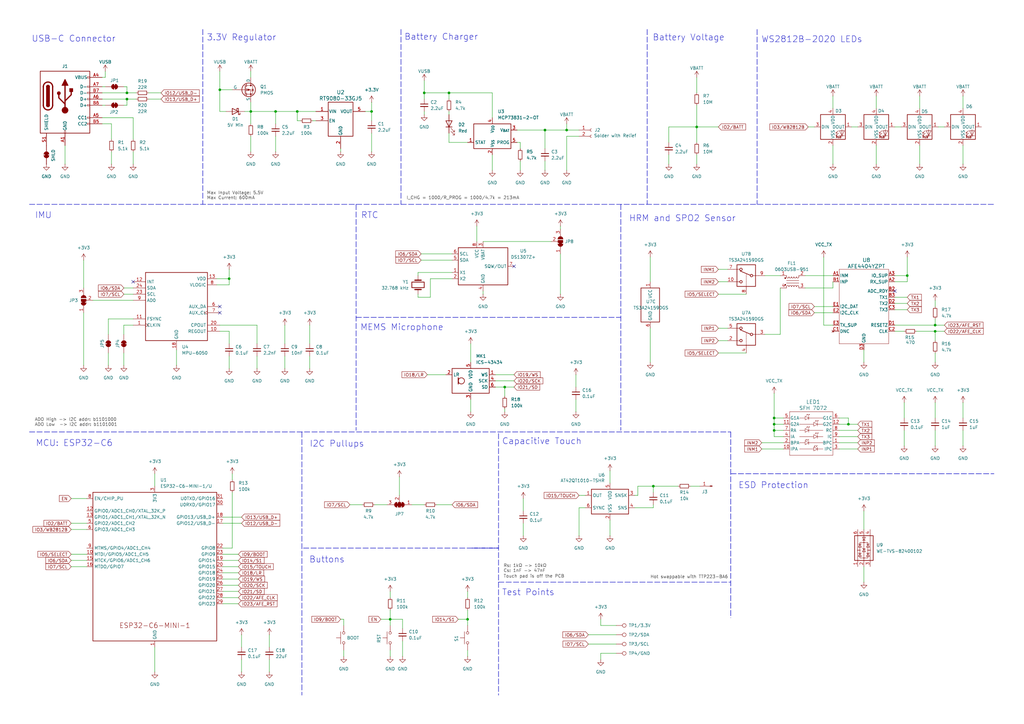
<source format=kicad_sch>
(kicad_sch (version 20231120) (generator "eeschema") (generator_version "8.0")
  (paper "A3")
  (title_block (title "Microcontroller"))
  (junction (at 372.11 113.03))
  (junction (at 347.98 173.99))
  (junction (at 267.97 199.39))
  (junction (at 90.17 36.83))
  (junction (at 184.15 38.1))
  (junction (at 317.5 176.53))
  (junction (at 317.5 173.99))
  (junction (at 317.5 171.45))
  (junction (at 223.52 53.34))
  (junction (at 232.41 53.34))
  (junction (at 285.75 52.07))
  (junction (at 152.4 45.72))
  (junction (at 207.01 158.75))
  (junction (at 383.54 135.89))
  (junction (at 102.87 45.72))
  (junction (at 113.03 45.72))
  (junction (at 52.07 40.64))
  (junction (at 191.77 254))
  (junction (at 52.07 38.1))
  (junction (at 93.98 114.3))
  (junction (at 121.92 45.72))
  (junction (at 160.02 254))
  (junction (at 383.54 133.35))
  (junction (at 173.99 38.1))
  (no_connect (at 90.17 128.27))
  (no_connect (at 90.17 125.73))
  (no_connect (at 367.03 119.38))
  (no_connect (at 210.82 109.22))
  (no_connect (at 54.61 115.57))
  (wire (pts (xy 29.21 227.33) (xy 35.56 227.33)))
  (wire (pts (xy 45.72 50.8) (xy 45.72 57.15)))
  (wire (pts (xy 260.35 208.28) (xy 267.97 208.28)))
  (wire (pts (xy 99.06 270.51) (xy 99.06 275.59)))
  (wire (pts (xy 232.41 55.88) (xy 237.49 55.88)))
  (wire (pts (xy 349.25 52.07) (xy 351.79 52.07)))
  (wire (pts (xy 294.64 110.49) (xy 298.45 110.49)))
  (wire (pts (xy 246.38 267.97) (xy 252.73 267.97)))
  (wire (pts (xy 198.12 99.06) (xy 226.06 99.06)))
  (wire (pts (xy 317.5 171.45) (xy 317.5 173.99)))
  (wire (pts (xy 29.21 214.63) (xy 35.56 214.63)))
  (wire (pts (xy 165.1 257.81) (xy 165.1 254)))
  (wire (pts (xy 43.18 31.75) (xy 41.91 31.75)))
  (wire (pts (xy 383.54 165.1) (xy 383.54 171.45)))
  (polyline (pts (xy 123.825 177.165) (xy 123.825 285.115)) (stroke (width 0.2032) (type dash)))
  (wire (pts (xy 267.97 208.28) (xy 267.97 207.01)))
  (wire (pts (xy 294.64 120.65) (xy 306.07 120.65)))
  (wire (pts (xy 394.97 39.37) (xy 394.97 44.45)))
  (wire (pts (xy 213.36 66.04) (xy 213.36 69.85)))
  (wire (pts (xy 90.17 36.83) (xy 90.17 45.72)))
  (wire (pts (xy 317.5 176.53) (xy 321.31 176.53)))
  (wire (pts (xy 184.15 45.72) (xy 184.15 46.99)))
  (wire (pts (xy 127 146.05) (xy 127 151.13)))
  (wire (pts (xy 110.49 260.35) (xy 110.49 265.43)))
  (wire (pts (xy 163.83 195.58) (xy 163.83 203.2)))
  (wire (pts (xy 102.87 45.72) (xy 113.03 45.72)))
  (wire (pts (xy 90.17 135.89) (xy 93.98 135.89)))
  (wire (pts (xy 285.75 52.07) (xy 294.64 52.07)))
  (wire (pts (xy 93.98 110.49) (xy 93.98 114.3)))
  (wire (pts (xy 312.42 181.61) (xy 321.31 181.61)))
  (wire (pts (xy 43.18 29.21) (xy 43.18 31.75)))
  (wire (pts (xy 285.75 31.75) (xy 285.75 38.1)))
  (wire (pts (xy 160.02 254) (xy 165.1 254)))
  (wire (pts (xy 93.98 135.89) (xy 93.98 140.97)))
  (wire (pts (xy 274.32 63.5) (xy 274.32 67.31)))
  (wire (pts (xy 63.5 265.43) (xy 63.5 275.59)))
  (wire (pts (xy 184.15 58.42) (xy 184.15 54.61)))
  (wire (pts (xy 195.58 92.71) (xy 195.58 99.06)))
  (wire (pts (xy 29.21 204.47) (xy 35.56 204.47)))
  (wire (pts (xy 72.39 143.51) (xy 72.39 149.86)))
  (wire (pts (xy 370.84 176.53) (xy 370.84 182.88)))
  (wire (pts (xy 152.4 41.91) (xy 152.4 45.72)))
  (wire (pts (xy 359.41 39.37) (xy 359.41 44.45)))
  (wire (pts (xy 229.87 104.14) (xy 229.87 120.65)))
  (wire (pts (xy 176.53 121.92) (xy 176.53 114.3)))
  (wire (pts (xy 29.21 217.17) (xy 35.56 217.17)))
  (wire (pts (xy 193.04 140.97) (xy 193.04 148.59)))
  (wire (pts (xy 317.5 173.99) (xy 321.31 173.99)))
  (wire (pts (xy 52.07 40.64) (xy 55.88 40.64)))
  (wire (pts (xy 383.54 133.35) (xy 387.35 133.35)))
  (wire (pts (xy 91.44 234.95) (xy 97.79 234.95)))
  (wire (pts (xy 283.21 199.39) (xy 287.02 199.39)))
  (wire (pts (xy 294.64 139.7) (xy 298.45 139.7)))
  (wire (pts (xy 354.33 143.51) (xy 354.33 148.59)))
  (wire (pts (xy 334.01 128.27) (xy 341.63 128.27)))
  (wire (pts (xy 261.62 199.39) (xy 261.62 203.2)))
  (wire (pts (xy 250.19 193.04) (xy 250.19 198.12)))
  (wire (pts (xy 372.11 105.41) (xy 372.11 113.03)))
  (wire (pts (xy 152.4 54.61) (xy 152.4 62.23)))
  (wire (pts (xy 54.61 57.15) (xy 54.61 48.26)))
  (wire (pts (xy 152.4 45.72) (xy 152.4 49.53)))
  (polyline (pts (xy 12.065 83.82) (xy 408.051 83.82)) (stroke (width 0.2032) (type dash)))
  (wire (pts (xy 344.17 184.15) (xy 351.79 184.15)))
  (wire (pts (xy 274.32 58.42) (xy 274.32 52.07)))
  (wire (pts (xy 168.91 207.01) (xy 173.99 207.01)))
  (wire (pts (xy 198.12 119.38) (xy 198.12 120.65)))
  (wire (pts (xy 344.17 179.07) (xy 351.79 179.07)))
  (wire (pts (xy 156.21 254) (xy 160.02 254)))
  (wire (pts (xy 330.2 113.03) (xy 341.63 113.03)))
  (wire (pts (xy 38.1 123.19) (xy 54.61 123.19)))
  (wire (pts (xy 207.01 167.64) (xy 207.01 168.91)))
  (wire (pts (xy 50.8 144.78) (xy 50.8 149.86)))
  (wire (pts (xy 63.5 194.31) (xy 63.5 199.39)))
  (wire (pts (xy 91.44 242.57) (xy 97.79 242.57)))
  (wire (pts (xy 317.5 161.29) (xy 317.5 171.45)))
  (wire (pts (xy 237.49 203.2) (xy 240.03 203.2)))
  (wire (pts (xy 377.19 39.37) (xy 377.19 44.45)))
  (wire (pts (xy 171.45 121.92) (xy 171.45 120.65)))
  (wire (pts (xy 213.36 60.96) (xy 213.36 58.42)))
  (wire (pts (xy 341.63 59.69) (xy 341.63 67.31)))
  (wire (pts (xy 347.98 173.99) (xy 347.98 171.45)))
  (wire (pts (xy 313.69 113.03) (xy 320.04 113.03)))
  (wire (pts (xy 91.44 232.41) (xy 97.79 232.41)))
  (wire (pts (xy 187.96 254) (xy 191.77 254)))
  (wire (pts (xy 160.02 250.19) (xy 160.02 254)))
  (wire (pts (xy 173.99 45.72) (xy 173.99 46.99)))
  (wire (pts (xy 317.5 179.07) (xy 321.31 179.07)))
  (wire (pts (xy 173.99 38.1) (xy 184.15 38.1)))
  (wire (pts (xy 317.5 171.45) (xy 321.31 171.45)))
  (wire (pts (xy 246.38 270.51) (xy 246.38 267.97)))
  (wire (pts (xy 214.63 214.63) (xy 214.63 219.71)))
  (wire (pts (xy 54.61 48.26) (xy 41.91 48.26)))
  (wire (pts (xy 285.75 63.5) (xy 285.75 67.31)))
  (wire (pts (xy 370.84 165.1) (xy 370.84 171.45)))
  (wire (pts (xy 93.98 114.3) (xy 93.98 116.84)))
  (wire (pts (xy 383.54 144.78) (xy 383.54 148.59)))
  (wire (pts (xy 160.02 266.7) (xy 160.02 269.24)))
  (wire (pts (xy 50.8 35.56) (xy 52.07 35.56)))
  (wire (pts (xy 191.77 254) (xy 191.77 256.54)))
  (polyline (pts (xy 265.43 12.065) (xy 265.43 83.82)) (stroke (width 0.2032) (type dash)))
  (wire (pts (xy 93.98 116.84) (xy 88.9 116.84)))
  (wire (pts (xy 212.09 53.34) (xy 223.52 53.34)))
  (wire (pts (xy 91.44 245.11) (xy 97.79 245.11)))
  (wire (pts (xy 383.54 123.19) (xy 383.54 125.73)))
  (wire (pts (xy 99.06 212.09) (xy 91.44 212.09)))
  (polyline (pts (xy 83.185 12.065) (xy 83.185 83.82)) (stroke (width 0.2032) (type dash)))
  (wire (pts (xy 203.2 156.21) (xy 210.82 156.21)))
  (wire (pts (xy 375.92 135.89) (xy 383.54 135.89)))
  (wire (pts (xy 116.84 146.05) (xy 116.84 151.13)))
  (wire (pts (xy 179.07 207.01) (xy 185.42 207.01)))
  (wire (pts (xy 383.54 135.89) (xy 383.54 139.7)))
  (wire (pts (xy 52.07 38.1) (xy 55.88 38.1)))
  (wire (pts (xy 334.01 125.73) (xy 341.63 125.73)))
  (polyline (pts (xy 204.47 177.8) (xy 204.47 285.115)) (stroke (width 0.2032) (type dash)))
  (wire (pts (xy 367.03 113.03) (xy 372.11 113.03)))
  (wire (pts (xy 97.79 227.33) (xy 91.44 227.33)))
  (wire (pts (xy 95.25 194.31) (xy 95.25 196.85)))
  (wire (pts (xy 294.64 115.57) (xy 298.45 115.57)))
  (wire (pts (xy 113.03 45.72) (xy 121.92 45.72)))
  (wire (pts (xy 347.98 173.99) (xy 351.79 173.99)))
  (wire (pts (xy 100.33 45.72) (xy 102.87 45.72)))
  (wire (pts (xy 250.19 213.36) (xy 250.19 219.71)))
  (wire (pts (xy 236.22 163.83) (xy 236.22 168.91)))
  (wire (pts (xy 191.77 250.19) (xy 191.77 254)))
  (wire (pts (xy 153.67 207.01) (xy 158.75 207.01)))
  (wire (pts (xy 113.03 55.88) (xy 113.03 62.23)))
  (wire (pts (xy 173.99 38.1) (xy 173.99 33.02)))
  (wire (pts (xy 60.96 40.64) (xy 66.04 40.64)))
  (wire (pts (xy 372.11 113.03) (xy 372.11 115.57)))
  (wire (pts (xy 34.29 128.27) (xy 34.29 149.86)))
  (wire (pts (xy 317.5 173.99) (xy 317.5 176.53)))
  (polyline (pts (xy 164.465 12.065) (xy 164.465 83.82)) (stroke (width 0.2032) (type dash)))
  (wire (pts (xy 128.27 49.53) (xy 129.54 49.53)))
  (wire (pts (xy 93.98 146.05) (xy 93.98 151.13)))
  (wire (pts (xy 383.54 130.81) (xy 383.54 133.35)))
  (wire (pts (xy 176.53 114.3) (xy 185.42 114.3)))
  (wire (pts (xy 127 133.35) (xy 127 140.97)))
  (wire (pts (xy 354.33 209.55) (xy 354.33 217.17)))
  (wire (pts (xy 90.17 45.72) (xy 92.71 45.72)))
  (wire (pts (xy 41.91 38.1) (xy 52.07 38.1)))
  (wire (pts (xy 285.75 43.18) (xy 285.75 52.07)))
  (wire (pts (xy 223.52 53.34) (xy 232.41 53.34)))
  (wire (pts (xy 110.49 270.51) (xy 110.49 275.59)))
  (wire (pts (xy 223.52 66.04) (xy 223.52 69.85)))
  (wire (pts (xy 223.52 53.34) (xy 223.52 60.96)))
  (wire (pts (xy 52.07 43.18) (xy 50.8 43.18)))
  (wire (pts (xy 160.02 254) (xy 160.02 256.54)))
  (wire (pts (xy 394.97 59.69) (xy 394.97 67.31)))
  (wire (pts (xy 50.8 120.65) (xy 54.61 120.65)))
  (wire (pts (xy 294.64 144.78) (xy 306.07 144.78)))
  (wire (pts (xy 229.87 92.71) (xy 229.87 93.98)))
  (wire (pts (xy 246.38 256.54) (xy 252.73 256.54)))
  (wire (pts (xy 201.93 38.1) (xy 201.93 48.26)))
  (wire (pts (xy 91.44 229.87) (xy 97.79 229.87)))
  (wire (pts (xy 140.97 266.7) (xy 140.97 269.24)))
  (wire (pts (xy 266.7 105.41) (xy 266.7 115.57)))
  (wire (pts (xy 367.03 115.57) (xy 372.11 115.57)))
  (wire (pts (xy 139.7 254) (xy 140.97 254)))
  (wire (pts (xy 241.3 260.35) (xy 252.73 260.35)))
  (wire (pts (xy 54.61 67.31) (xy 54.61 62.23)))
  (wire (pts (xy 331.47 52.07) (xy 334.01 52.07)))
  (wire (pts (xy 34.29 106.68) (xy 34.29 118.11)))
  (wire (pts (xy 91.44 224.79) (xy 95.25 224.79)))
  (wire (pts (xy 191.77 58.42) (xy 184.15 58.42)))
  (wire (pts (xy 320.04 137.16) (xy 313.69 137.16)))
  (wire (pts (xy 41.91 40.64) (xy 52.07 40.64)))
  (wire (pts (xy 60.96 38.1) (xy 66.04 38.1)))
  (wire (pts (xy 344.17 181.61) (xy 351.79 181.61)))
  (wire (pts (xy 88.9 114.3) (xy 93.98 114.3)))
  (wire (pts (xy 171.45 111.76) (xy 171.45 113.03)))
  (wire (pts (xy 41.91 50.8) (xy 45.72 50.8)))
  (wire (pts (xy 246.38 254) (xy 246.38 256.54)))
  (wire (pts (xy 191.77 242.57) (xy 191.77 245.11)))
  (wire (pts (xy 44.45 130.81) (xy 54.61 130.81)))
  (wire (pts (xy 394.97 165.1) (xy 394.97 171.45)))
  (wire (pts (xy 91.44 214.63) (xy 99.06 214.63)))
  (wire (pts (xy 102.87 45.72) (xy 102.87 50.8)))
  (wire (pts (xy 232.41 69.85) (xy 232.41 55.88)))
  (wire (pts (xy 344.17 173.99) (xy 347.98 173.99)))
  (wire (pts (xy 148.59 207.01) (xy 143.51 207.01)))
  (wire (pts (xy 344.17 176.53) (xy 351.79 176.53)))
  (wire (pts (xy 50.8 118.11) (xy 54.61 118.11)))
  (wire (pts (xy 50.8 133.35) (xy 54.61 133.35)))
  (wire (pts (xy 90.17 36.83) (xy 95.25 36.83)))
  (wire (pts (xy 341.63 118.11) (xy 341.63 115.57)))
  (wire (pts (xy 203.2 153.67) (xy 210.82 153.67)))
  (wire (pts (xy 241.3 264.16) (xy 252.73 264.16)))
  (wire (pts (xy 45.72 62.23) (xy 45.72 67.31)))
  (wire (pts (xy 344.17 171.45) (xy 347.98 171.45)))
  (wire (pts (xy 317.5 176.53) (xy 317.5 179.07)))
  (wire (pts (xy 203.2 158.75) (xy 207.01 158.75)))
  (wire (pts (xy 207.01 162.56) (xy 207.01 158.75)))
  (wire (pts (xy 261.62 199.39) (xy 267.97 199.39)))
  (wire (pts (xy 121.92 49.53) (xy 121.92 45.72)))
  (wire (pts (xy 237.49 219.71) (xy 237.49 208.28)))
  (wire (pts (xy 102.87 29.21) (xy 102.87 31.75)))
  (wire (pts (xy 285.75 52.07) (xy 285.75 58.42)))
  (wire (pts (xy 266.7 134.62) (xy 266.7 148.59)))
  (polyline (pts (xy 146.05 83.82) (xy 146.05 176.53)) (stroke (width 0.2032) (type dash)))
  (wire (pts (xy 212.09 58.42) (xy 213.36 58.42)))
  (wire (pts (xy 232.41 53.34) (xy 237.49 53.34)))
  (wire (pts (xy 90.17 29.21) (xy 90.17 36.83)))
  (wire (pts (xy 99.06 260.35) (xy 99.06 265.43)))
  (wire (pts (xy 367.03 133.35) (xy 383.54 133.35)))
  (wire (pts (xy 237.49 208.28) (xy 240.03 208.28)))
  (wire (pts (xy 105.41 146.05) (xy 105.41 151.13)))
  (wire (pts (xy 102.87 41.91) (xy 102.87 45.72)))
  (polyline (pts (xy 193.675 224.79) (xy 204.47 224.79)) (stroke (width 0.2032) (type dash)))
  (wire (pts (xy 232.41 50.8) (xy 232.41 53.34)))
  (wire (pts (xy 123.19 49.53) (xy 121.92 49.53)))
  (wire (pts (xy 184.15 38.1) (xy 184.15 40.64)))
  (wire (pts (xy 367.03 52.07) (xy 369.57 52.07)))
  (wire (pts (xy 384.81 52.07) (xy 387.35 52.07)))
  (wire (pts (xy 184.15 38.1) (xy 201.93 38.1)))
  (wire (pts (xy 116.84 133.35) (xy 116.84 140.97)))
  (wire (pts (xy 367.03 135.89) (xy 370.84 135.89)))
  (wire (pts (xy 173.99 38.1) (xy 173.99 40.64)))
  (polyline (pts (xy 204.47 238.76) (xy 299.72 238.76)) (stroke (width 0.2032) (type dash)))
  (wire (pts (xy 267.97 199.39) (xy 267.97 201.93)))
  (wire (pts (xy 140.97 254) (xy 140.97 256.54)))
  (wire (pts (xy 354.33 232.41) (xy 354.33 238.76)))
  (wire (pts (xy 320.04 118.11) (xy 320.04 137.16)))
  (wire (pts (xy 341.63 39.37) (xy 341.63 44.45)))
  (wire (pts (xy 377.19 59.69) (xy 377.19 67.31)))
  (wire (pts (xy 172.72 106.68) (xy 185.42 106.68)))
  (wire (pts (xy 383.54 135.89) (xy 387.35 135.89)))
  (wire (pts (xy 165.1 262.89) (xy 165.1 269.24)))
  (wire (pts (xy 121.92 45.72) (xy 129.54 45.72)))
  (polyline (pts (xy 299.72 194.31) (xy 407.67 194.31)) (stroke (width 0.2032) (type dash)))
  (wire (pts (xy 171.45 121.92) (xy 176.53 121.92)))
  (wire (pts (xy 29.21 232.41) (xy 35.56 232.41)))
  (wire (pts (xy 312.42 184.15) (xy 321.31 184.15)))
  (wire (pts (xy 214.63 204.47) (xy 214.63 209.55)))
  (polyline (pts (xy 254.635 83.82) (xy 254.635 176.53)) (stroke (width 0.2032) (type dash)))
  (wire (pts (xy 193.04 163.83) (xy 193.04 168.91)))
  (wire (pts (xy 90.17 133.35) (xy 105.41 133.35)))
  (wire (pts (xy 160.02 242.57) (xy 160.02 245.11)))
  (wire (pts (xy 41.91 35.56) (xy 43.18 35.56)))
  (wire (pts (xy 383.54 176.53) (xy 383.54 182.88)))
  (wire (pts (xy 44.45 137.16) (xy 44.45 130.81)))
  (wire (pts (xy 91.44 247.65) (xy 97.79 247.65)))
  (wire (pts (xy 201.93 63.5) (xy 201.93 69.85)))
  (wire (pts (xy 29.21 229.87) (xy 35.56 229.87)))
  (polyline (pts (xy 12.065 177.165) (xy 299.72 177.165)) (stroke (width 0.2032) (type dash)))
  (wire (pts (xy 91.44 240.03) (xy 97.79 240.03)))
  (wire (pts (xy 330.2 118.11) (xy 341.63 118.11)))
  (wire (pts (xy 52.07 40.64) (xy 52.07 43.18)))
  (wire (pts (xy 172.72 104.14) (xy 185.42 104.14)))
  (wire (pts (xy 367.03 121.92) (xy 372.11 121.92)))
  (wire (pts (xy 337.82 133.35) (xy 337.82 105.41)))
  (polyline (pts (xy 146.05 130.175) (xy 254.635 130.175)) (stroke (width 0.2032) (type dash)))
  (wire (pts (xy 359.41 59.69) (xy 359.41 67.31)))
  (polyline (pts (xy 124.46 224.79) (xy 204.47 224.79)) (stroke (width 0.2032) (type dash)))
  (wire (pts (xy 95.25 201.93) (xy 95.25 224.79)))
  (wire (pts (xy 267.97 199.39) (xy 278.13 199.39)))
  (wire (pts (xy 152.4 45.72) (xy 149.86 45.72)))
  (wire (pts (xy 341.63 133.35) (xy 337.82 133.35)))
  (polyline (pts (xy 299.72 177.165) (xy 299.72 253.365)) (stroke (width 0.2032) (type dash)))
  (wire (pts (xy 261.62 203.2) (xy 260.35 203.2)))
  (wire (pts (xy 367.03 124.46) (xy 372.11 124.46)))
  (wire (pts (xy 394.97 176.53) (xy 394.97 182.88)))
  (wire (pts (xy 367.03 127) (xy 372.11 127)))
  (wire (pts (xy 185.42 111.76) (xy 171.45 111.76)))
  (wire (pts (xy 274.32 52.07) (xy 285.75 52.07)))
  (wire (pts (xy 175.26 153.67) (xy 182.88 153.67)))
  (wire (pts (xy 207.01 158.75) (xy 210.82 158.75)))
  (wire (pts (xy 139.7 62.23) (xy 139.7 60.96)))
  (wire (pts (xy 41.91 43.18) (xy 43.18 43.18)))
  (wire (pts (xy 50.8 137.16) (xy 50.8 133.35)))
  (wire (pts (xy 113.03 45.72) (xy 113.03 50.8)))
  (wire (pts (xy 91.44 237.49) (xy 97.79 237.49)))
  (wire (pts (xy 191.77 266.7) (xy 191.77 269.24)))
  (wire (pts (xy 236.22 153.67) (xy 236.22 158.75)))
  (wire (pts (xy 52.07 35.56) (xy 52.07 38.1)))
  (wire (pts (xy 44.45 144.78) (xy 44.45 149.86)))
  (wire (pts (xy 102.87 55.88) (xy 102.87 62.23)))
  (wire (pts (xy 105.41 133.35) (xy 105.41 140.97)))
  (polyline (pts (xy 310.515 12.065) (xy 310.515 83.82)) (stroke (width 0.2032) (type dash)))
  (wire (pts (xy 26.67 59.69) (xy 26.67 67.31)))
  (wire (pts (xy 294.64 134.62) (xy 298.45 134.62)))
  (text "ADO High -> I2C addr: b1101000\nADO Low  -> I2C addr: b1101001" (at 14.224 173.228 0) (effects (font (size 1.27 1.27)) (justify left)))
  (text "Max Input Voltage: 5.5V\nMax Current: 600mA" (at 84.836 80.264 0) (effects (font (size 1.27 1.27)) (justify left)))
  (text "IMU" (at 17.78 88.392 0) (effects (font (size 2.54 2.54))))
  (text "ESD Protection" (at 317.246 199.136 0) (effects (font (size 2.54 2.54))))
  (text "MCU: ESP32-C6" (at 30.48 181.864 0) (effects (font (size 2.54 2.54))))
  (text "Battery Charger\n" (at 180.975 15.24 0) (effects (font (size 2.54 2.54))))
  (text "3.3V Regulator\n" (at 99.06 15.494 0) (effects (font (size 2.54 2.54))))
  (text "WS2812B-2020 LEDs\n" (at 332.994 16.256 0) (effects (font (size 2.54 2.54))))
  (text "Rs: 1kΩ -> 10kΩ \nCs: 1nF -> 47nF " (at 206.502 233.172 0) (effects (font (size 1.27 1.27)) (justify left)))
  (text "RTC" (at 151.638 88.392 0) (effects (font (size 2.54 2.54))))
  (text "Capacitive Touch" (at 222.25 181.102 0) (effects (font (size 2.54 2.54))))
  (text "Test Points\n" (at 216.662 243.078 0) (effects (font (size 2.54 2.54))))
  (text "USB-C Connector\n" (at 30.226 16.002 0) (effects (font (size 2.54 2.54))))
  (text "Hot swappable with TTP223-BA6\n" (at 266.7 236.728 0) (effects (font (size 1.27 1.27)) (justify left)))
  (text "I2C Pullups\n" (at 138.176 182.118 0) (effects (font (size 2.54 2.54))))
  (text "MEMS Microphone" (at 164.846 134.366 0) (effects (font (size 2.54 2.54))))
  (text "HRM and SPO2 Sensor" (at 279.908 89.662 0) (effects (font (size 2.54 2.54))))
  (text "Battery Voltage\n" (at 282.448 15.494 0) (effects (font (size 2.54 2.54))))
  (text "I_CHG = 1000/R_PROG = 1000/4.7k = 213mA\n" (at 189.865 81.28 0) (effects (font (size 1.27 1.27))))
  (text "Buttons" (at 134.112 229.616 0) (effects (font (size 2.54 2.54))))
  (text "Touch pad is off the PCB" (at 206.502 236.474 0) (effects (font (size 1.27 1.27)) (justify left)))
  (global_label "TX2" (shape input) (at 351.79 176.53 0) (property "Intersheetrefs" "${INTERSHEET_REFS}" (effects (hide yes))))
  (global_label "INP2" (shape input) (at 294.64 139.7 180) (property "Intersheetrefs" "${INTERSHEET_REFS}" (effects (hide yes))))
  (global_label "IO15{slash}TOUCH" (shape input) (at 97.79 232.41 0) (property "Intersheetrefs" "${INTERSHEET_REFS}" (effects (hide yes))))
  (global_label "IO7{slash}SCL" (shape input) (at 172.72 106.68 180) (property "Intersheetrefs" "${INTERSHEET_REFS}" (effects (hide yes))))
  (global_label "IO6{slash}SDA" (shape input) (at 50.8 118.11 180) (property "Intersheetrefs" "${INTERSHEET_REFS}" (effects (hide yes))))
  (global_label "IO23{slash}AFE_RST" (shape input) (at 387.35 133.35 0) (property "Intersheetrefs" "${INTERSHEET_REFS}" (effects (hide yes))))
  (global_label "INP2" (shape input) (at 351.79 181.61 0) (property "Intersheetrefs" "${INTERSHEET_REFS}" (effects (hide yes))))
  (global_label "TX1" (shape input) (at 372.11 121.92 0) (property "Intersheetrefs" "${INTERSHEET_REFS}" (effects (hide yes))))
  (global_label "INM1" (shape input) (at 294.64 110.49 180) (property "Intersheetrefs" "${INTERSHEET_REFS}" (effects (hide yes))))
  (global_label "IO7{slash}SCL" (shape input) (at 50.8 120.65 180) (property "Intersheetrefs" "${INTERSHEET_REFS}" (effects (hide yes))))
  (global_label "IO3{slash}WB2812B" (shape input) (at 331.47 52.07 180) (property "Intersheetrefs" "${INTERSHEET_REFS}" (effects (hide yes))))
  (global_label "IO12{slash}USB_D-" (shape input) (at 99.06 214.63 0) (property "Intersheetrefs" "${INTERSHEET_REFS}" (effects (hide yes))))
  (global_label "INP1" (shape input) (at 351.79 184.15 0) (property "Intersheetrefs" "${INTERSHEET_REFS}" (effects (hide yes))))
  (global_label "TX3" (shape input) (at 372.11 127 0) (property "Intersheetrefs" "${INTERSHEET_REFS}" (effects (hide yes))))
  (global_label "TX3" (shape input) (at 351.79 179.07 0) (property "Intersheetrefs" "${INTERSHEET_REFS}" (effects (hide yes))))
  (global_label "IO14{slash}S1" (shape input) (at 97.79 229.87 0) (property "Intersheetrefs" "${INTERSHEET_REFS}" (effects (hide yes))))
  (global_label "IO9{slash}BOOT" (shape input) (at 97.79 227.33 0) (property "Intersheetrefs" "${INTERSHEET_REFS}" (effects (hide yes))))
  (global_label "IO6{slash}SDA" (shape input) (at 241.3 260.35 180) (property "Intersheetrefs" "${INTERSHEET_REFS}" (effects (hide yes))))
  (global_label "IO6{slash}SDA" (shape input) (at 172.72 104.14 180) (property "Intersheetrefs" "${INTERSHEET_REFS}" (effects (hide yes))))
  (global_label "IO22{slash}AFE_CLK" (shape input) (at 97.79 245.11 0) (property "Intersheetrefs" "${INTERSHEET_REFS}" (effects (hide yes))))
  (global_label "EN" (shape input) (at 156.21 254 180) (property "Intersheetrefs" "${INTERSHEET_REFS}" (effects (hide yes))))
  (global_label "INM2" (shape input) (at 312.42 181.61 180) (property "Intersheetrefs" "${INTERSHEET_REFS}" (effects (hide yes))))
  (global_label "IO2{slash}BATT" (shape input) (at 294.64 52.07 0) (property "Intersheetrefs" "${INTERSHEET_REFS}" (effects (hide yes))))
  (global_label "IO6{slash}SDA" (shape input) (at 29.21 229.87 180) (property "Intersheetrefs" "${INTERSHEET_REFS}" (effects (hide yes))))
  (global_label "IO19{slash}WS" (shape input) (at 97.79 237.49 0) (property "Intersheetrefs" "${INTERSHEET_REFS}" (effects (hide yes))))
  (global_label "IO6{slash}SDA" (shape input) (at 334.01 128.27 180) (property "Intersheetrefs" "${INTERSHEET_REFS}" (effects (hide yes))))
  (global_label "IO19{slash}WS" (shape input) (at 210.82 153.67 0) (property "Intersheetrefs" "${INTERSHEET_REFS}" (effects (hide yes))))
  (global_label "IO7{slash}SCL" (shape input) (at 241.3 264.16 180) (property "Intersheetrefs" "${INTERSHEET_REFS}" (effects (hide yes))))
  (global_label "IO9{slash}BOOT" (shape input) (at 139.7 254 180) (property "Intersheetrefs" "${INTERSHEET_REFS}" (effects (hide yes))))
  (global_label "IO15{slash}TOUCH" (shape input) (at 237.49 203.2 180) (property "Intersheetrefs" "${INTERSHEET_REFS}" (effects (hide yes))))
  (global_label "IO21{slash}SD" (shape input) (at 97.79 242.57 0) (property "Intersheetrefs" "${INTERSHEET_REFS}" (effects (hide yes))))
  (global_label "IO23{slash}AFE_RST" (shape input) (at 97.79 247.65 0) (property "Intersheetrefs" "${INTERSHEET_REFS}" (effects (hide yes))))
  (global_label "IO5{slash}SELECT" (shape input) (at 29.21 227.33 180) (property "Intersheetrefs" "${INTERSHEET_REFS}" (effects (hide yes))))
  (global_label "TX2" (shape input) (at 372.11 124.46 0) (property "Intersheetrefs" "${INTERSHEET_REFS}" (effects (hide yes))))
  (global_label "IO13{slash}USB_D+" (shape input) (at 99.06 212.09 0) (property "Intersheetrefs" "${INTERSHEET_REFS}" (effects (hide yes))))
  (global_label "IO2{slash}BATT" (shape input) (at 29.21 214.63 180) (property "Intersheetrefs" "${INTERSHEET_REFS}" (effects (hide yes))))
  (global_label "IO18{slash}LR" (shape input) (at 97.79 234.95 0) (property "Intersheetrefs" "${INTERSHEET_REFS}" (effects (hide yes))))
  (global_label "IO3{slash}WB2812B" (shape input) (at 29.21 217.17 180) (property "Intersheetrefs" "${INTERSHEET_REFS}" (effects (hide yes))))
  (global_label "INM1" (shape input) (at 312.42 184.15 180) (property "Intersheetrefs" "${INTERSHEET_REFS}" (effects (hide yes))))
  (global_label "EN" (shape input) (at 29.21 204.47 180) (property "Intersheetrefs" "${INTERSHEET_REFS}" (effects (hide yes))))
  (global_label "IO6{slash}SDA" (shape input) (at 185.42 207.01 0) (property "Intersheetrefs" "${INTERSHEET_REFS}" (effects (hide yes))))
  (global_label "IO20{slash}SCK" (shape input) (at 97.79 240.03 0) (property "Intersheetrefs" "${INTERSHEET_REFS}" (effects (hide yes))))
  (global_label "IO14{slash}S1" (shape input) (at 187.96 254 180) (property "Intersheetrefs" "${INTERSHEET_REFS}" (effects (hide yes))))
  (global_label "IO12{slash}USB_D-" (shape input) (at 66.04 38.1 0) (property "Intersheetrefs" "${INTERSHEET_REFS}" (effects (hide yes))))
  (global_label "IO7{slash}SCL" (shape input) (at 29.21 232.41 180) (property "Intersheetrefs" "${INTERSHEET_REFS}" (effects (hide yes))))
  (global_label "IO7{slash}SCL" (shape input) (at 143.51 207.01 180) (property "Intersheetrefs" "${INTERSHEET_REFS}" (effects (hide yes))))
  (global_label "INP1" (shape input) (at 294.64 134.62 180) (property "Intersheetrefs" "${INTERSHEET_REFS}" (effects (hide yes))))
  (global_label "IO18{slash}LR" (shape input) (at 175.26 153.67 180) (property "Intersheetrefs" "${INTERSHEET_REFS}" (effects (hide yes))))
  (global_label "IO21{slash}SD" (shape input) (at 210.82 158.75 0) (property "Intersheetrefs" "${INTERSHEET_REFS}" (effects (hide yes))))
  (global_label "IO22{slash}AFE_CLK" (shape input) (at 387.35 135.89 0) (property "Intersheetrefs" "${INTERSHEET_REFS}" (effects (hide yes))))
  (global_label "INM2" (shape input) (at 294.64 115.57 180) (property "Intersheetrefs" "${INTERSHEET_REFS}" (effects (hide yes))))
  (global_label "TX1" (shape input) (at 351.79 173.99 0) (property "Intersheetrefs" "${INTERSHEET_REFS}" (effects (hide yes))))
  (global_label "IO7{slash}SCL" (shape input) (at 334.01 125.73 180) (property "Intersheetrefs" "${INTERSHEET_REFS}" (effects (hide yes))))
  (global_label "IO20{slash}SCK" (shape input) (at 210.82 156.21 0) (property "Intersheetrefs" "${INTERSHEET_REFS}" (effects (hide yes))))
  (global_label "IO5{slash}SELECT" (shape input) (at 294.64 144.78 180) (property "Intersheetrefs" "${INTERSHEET_REFS}" (effects (hide yes))))
  (global_label "IO13{slash}USB_D+" (shape input) (at 66.04 40.64 0) (property "Intersheetrefs" "${INTERSHEET_REFS}" (effects (hide yes))))
  (global_label "IO5{slash}SELECT" (shape input) (at 294.64 120.65 180) (property "Intersheetrefs" "${INTERSHEET_REFS}" (effects (hide yes))))
  (symbol (lib_id "power:+3V3") (at 337.82 105.41 0) (unit 1)
    (property "Reference" "#PWR057" (effects (hide yes)))
    (property "Value" "VCC_TX" (at 337.82 100.33 0))
    (property "Description" "Power symbol creates a global label with name \"+3V3\"" (effects (hide yes)))
  )
  (symbol (lib_id "Device:R_Small") (at 151.13 207.01 270) (unit 1)
    (property "Reference" "R9" (at 151.13 209.55 90))
    (property "Value" "4.7k" (at 151.13 212.09 90))
    (property "Footprint" "Resistor_SMD:R_0603_1608Metric_Pad0.98x0.95mm_HandSolder" (effects (hide yes)))
    (property "Description" "Resistor, small symbol" (effects (hide yes)))
  )
  (symbol (lib_id "Connector:TestPoint") (at 252.73 267.97 270) (unit 1)
    (property "Reference" "TP4/GND" (at 257.81 267.9699 90) (effects (justify left)))
    (property "Value" "TestPoint" (effects (hide yes)))
    (property "Footprint" "TestPoint:TestPoint_Pad_D1.0mm" (effects (hide yes)))
    (property "Description" "test point" (effects (hide yes)))
  )
  (symbol (lib_id "power:+3V3") (at 195.58 92.71 0) (unit 1)
    (property "Reference" "#PWR049" (effects (hide yes)))
    (property "Value" "+3V3" (at 195.58 87.63 0))
    (property "Description" "Power symbol creates a global label with name \"+3V3\"" (effects (hide yes)))
  )
  (symbol (lib_name "TS3A24159DGS_2") (lib_id "Analog_Switch:TS3A24159DGS") (at 266.7 128.27 0) (unit 3)
    (property "Reference" "U7" (at 266.954 123.698 0))
    (property "Value" "TS3A24159DGS" (at 266.954 126.238 0))
    (property "Footprint" "Package_CSP:LFCSP-16-1EP_4x4mm_P0.65mm_EP2.1x2.1mm" (effects (hide yes)))
    (property "Datasheet" "http://www.ti.com/lit/ds/symlink/ts3a24159.pdf" (effects (hide yes)))
    (property "Description" "Dual SPDT 0.3Ω Bidirectional Analog Switch, TSSOP-10" (effects (hide yes)))
  )
  (symbol (lib_id "power:+3.3V") (at 152.4 41.91 0) (unit 1)
    (property "Reference" "#PWR010" (effects (hide yes)))
    (property "Value" "+3.3V" (at 152.4 36.83 0))
    (property "Description" "Power symbol creates a global label with name \"+3.3V\"" (effects (hide yes)))
  )
  (symbol (lib_id "Jumper:SolderJumper_2_Bridged") (at 46.99 35.56 0) (unit 1) (exclude_from_sim yes) (in_bom no)
    (property "Reference" "JP1" (at 46.99 33.02 0))
    (property "Value" "SolderJumper_2_Bridged" (effects (hide yes)))
    (property "Description" "Solder Jumper, 2-pole, closed/bridged" (effects (hide yes)))
  )
  (symbol (lib_id "Device:R_Small") (at 160.02 247.65 0) (unit 1)
    (property "Reference" "R11" (at 162.56 246.3799 0) (effects (justify left)))
    (property "Value" "100k" (at 162.56 248.9199 0) (effects (justify left)))
    (property "Footprint" "Resistor_SMD:R_0603_1608Metric_Pad0.98x0.95mm_HandSolder" (effects (hide yes)))
    (property "Description" "Resistor, small symbol" (effects (hide yes)))
  )
  (symbol (lib_id "power:+3V3") (at 394.97 165.1 0) (unit 1)
    (property "Reference" "#PWR067" (effects (hide yes)))
    (property "Value" "+3V3" (at 394.97 160.02 0))
    (property "Description" "Power symbol creates a global label with name \"+3V3\"" (effects (hide yes)))
  )
  (symbol (lib_id "power:GND") (at 72.39 149.86 0) (unit 1)
    (property "Reference" "#PWR026" (effects (hide yes)))
    (property "Value" "GND" (at 72.39 154.94 0))
    (property "Description" "Power symbol creates a global label with name \"GND\" , ground" (effects (hide yes)))
  )
  (symbol (lib_id "AFE4404YZPT:AFE4404YZPT") (at 336.55 118.11 0) (unit 1)
    (property "Reference" "U8" (at 355.346 106.68 0) (effects (font (size 1.524 1.524))))
    (property "Value" "AFE4404YZPT" (at 355.346 109.22 0) (effects (font (size 1.524 1.524))))
    (property "Footprint" "AFE4404YZPT:YZP15_TEX" (effects (hide yes)))
    (property "Datasheet" "AFE4404YZPT" (effects (hide yes)))
  )
  (symbol (lib_id "Device:R_Small") (at 383.54 128.27 0) (unit 1)
    (property "Reference" "R17" (at 386.08 126.9999 0) (effects (justify left)))
    (property "Value" "4.7k" (at 386.08 129.5399 0) (effects (justify left)))
    (property "Footprint" "Resistor_SMD:R_0603_1608Metric_Pad0.98x0.95mm_HandSolder" (effects (hide yes)))
    (property "Description" "Resistor, small symbol" (effects (hide yes)))
  )
  (symbol (lib_id "power:GND") (at 45.72 67.31 0) (unit 1)
    (property "Reference" "#PWR08" (effects (hide yes)))
    (property "Value" "GND" (at 45.72 72.39 0))
    (property "Description" "Power symbol creates a global label with name \"GND\" , ground" (effects (hide yes)))
  )
  (symbol (lib_id "Device:C_Small") (at 236.22 161.29 0) (unit 1)
    (property "Reference" "C16" (at 238.76 160.0262 0) (effects (justify left)))
    (property "Value" "0.1uF" (at 238.76 162.5662 0) (effects (justify left)))
    (property "Footprint" "Capacitor_SMD:C_0603_1608Metric_Pad1.08x0.95mm_HandSolder" (effects (hide yes)))
    (property "Description" "Unpolarized capacitor, small symbol" (effects (hide yes)))
  )
  (symbol (lib_id "Switch:SW_Push") (at 140.97 261.62 90) (unit 1)
    (property "Reference" "BOOT" (at 142.24 261.6199 90) (effects (justify right)))
    (property "Value" "SW_Push" (effects (hide yes)))
    (property "Footprint" "Button_Switch_SMD:SW_SPST_CK_RS282G05A3" (effects (hide yes)))
    (property "Description" "Push button switch, generic, two pins" (effects (hide yes)))
  )
  (symbol (lib_id "Device:C_Small") (at 165.1 260.35 0) (unit 1)
    (property "Reference" "C10" (at 167.64 259.0862 0) (effects (justify left)))
    (property "Value" "0.1uF" (at 167.64 261.6262 0) (effects (justify left)))
    (property "Footprint" "Capacitor_SMD:C_0603_1608Metric_Pad1.08x0.95mm_HandSolder" (effects (hide yes)))
    (property "Description" "Unpolarized capacitor, small symbol" (effects (hide yes)))
  )
  (symbol (lib_id "Connector:TestPoint") (at 252.73 256.54 270) (unit 1)
    (property "Reference" "TP1/3.3V" (at 257.81 256.5399 90) (effects (justify left)))
    (property "Value" "TestPoint" (effects (hide yes)))
    (property "Footprint" "TestPoint:TestPoint_Pad_D1.0mm" (effects (hide yes)))
    (property "Description" "test point" (effects (hide yes)))
  )
  (symbol (lib_id "power:+3V3") (at 34.29 106.68 0) (unit 1)
    (property "Reference" "#PWR036" (effects (hide yes)))
    (property "Value" "+3V3" (at 34.29 101.6 0))
    (property "Description" "Power symbol creates a global label with name \"+3V3\"" (effects (hide yes)))
  )
  (symbol (lib_id "power:+3V3") (at 317.5 161.29 0) (unit 1)
    (property "Reference" "#PWR055" (effects (hide yes)))
    (property "Value" "VCC_TX" (at 317.5 156.21 0))
    (property "Description" "Power symbol creates a global label with name \"+3V3\"" (effects (hide yes)))
  )
  (symbol (lib_id "Device:R_Small") (at 176.53 207.01 270) (unit 1)
    (property "Reference" "R10" (at 176.53 209.55 90))
    (property "Value" "4.7k" (at 176.53 212.09 90))
    (property "Footprint" "Resistor_SMD:R_0603_1608Metric_Pad0.98x0.95mm_HandSolder" (effects (hide yes)))
    (property "Description" "Resistor, small symbol" (effects (hide yes)))
  )
  (symbol (lib_id "LED:WS2812B-2020") (at 394.97 52.07 0) (unit 1)
    (property "Reference" "D6" (at 397.51 43.688 0))
    (property "Value" "WS2812B-2020" (effects (hide yes)))
    (property "Footprint" "LED_SMD:LED_WS2812B-2020_PLCC4_2.0x2.0mm" (effects (hide yes)))
    (property "Datasheet" "https://cdn-shop.adafruit.com/product-files/4684/4684_WS2812B-2020_V1.3_EN.pdf" (effects (hide yes)))
    (property "Description" "RGB LED with integrated controller, 2.0 x 2.0 mm, 12 mA" (effects (hide yes)))
  )
  (symbol (lib_id "Simulation_SPICE:PMOS") (at 100.33 36.83 0) (unit 1)
    (property "Reference" "Q1" (at 106.68 35.5599 0) (effects (justify left)))
    (property "Value" "PMOS" (at 106.68 38.0999 0) (effects (justify left)))
    (property "Datasheet" "https://ngspice.sourceforge.io/docs/ngspice-html-manual/manual.xhtml#cha_MOSFETs" (effects (hide yes)))
    (property "Description" "P-MOSFET transistor, drain/source/gate" (effects (hide yes)))
    (property "Sim.Device" "PMOS" (effects (hide yes)))
    (property "Sim.Type" "VDMOS" (effects (hide yes)))
    (property "Sim.Pins" "1=D 2=G 3=S" (effects (hide yes)))
  )
  (symbol (lib_id "power:GND") (at 229.87 120.65 0) (unit 1)
    (property "Reference" "#PWR051" (effects (hide yes)))
    (property "Value" "GND" (at 229.87 125.73 0))
    (property "Description" "Power symbol creates a global label with name \"GND\" , ground" (effects (hide yes)))
  )
  (symbol (lib_id "power:GND") (at 102.87 62.23 0) (unit 1)
    (property "Reference" "#PWR024" (effects (hide yes)))
    (property "Value" "GND" (at 102.87 67.31 0))
    (property "Description" "Power symbol creates a global label with name \"GND\" , ground" (effects (hide yes)))
  )
  (symbol (lib_id "power:GND") (at 370.84 182.88 0) (unit 1)
    (property "Reference" "#PWR064" (effects (hide yes)))
    (property "Value" "GND" (at 370.84 187.96 0))
    (property "Description" "Power symbol creates a global label with name \"GND\" , ground" (effects (hide yes)))
  )
  (symbol (lib_id "power:GND") (at 191.77 269.24 0) (unit 1)
    (property "Reference" "#PWR042" (effects (hide yes)))
    (property "Value" "GND" (at 191.77 274.32 0))
    (property "Description" "Power symbol creates a global label with name \"GND\" , ground" (effects (hide yes)))
  )
  (symbol (lib_id "Connector:TestPoint") (at 252.73 264.16 270) (unit 1)
    (property "Reference" "TP3/SCL" (at 257.81 264.1599 90) (effects (justify left)))
    (property "Value" "TestPoint" (effects (hide yes)))
    (property "Footprint" "TestPoint:TestPoint_Pad_D1.0mm" (effects (hide yes)))
    (property "Description" "test point" (effects (hide yes)))
  )
  (symbol (lib_id "Device:R_Small") (at 207.01 165.1 0) (unit 1)
    (property "Reference" "R18" (at 209.55 163.8299 0) (effects (justify left)))
    (property "Value" "100k" (at 209.55 166.3699 0) (effects (justify left)))
    (property "Footprint" "Resistor_SMD:R_0603_1608Metric_Pad0.98x0.95mm_HandSolder" (effects (hide yes)))
    (property "Description" "Resistor, small symbol" (effects (hide yes)))
  )
  (symbol (lib_id "power:GND") (at 377.19 67.31 0) (unit 1)
    (property "Reference" "#PWR075" (effects (hide yes)))
    (property "Value" "GND" (at 377.19 72.39 0))
    (property "Description" "Power symbol creates a global label with name \"GND\" , ground" (effects (hide yes)))
  )
  (symbol (lib_id "power:+3V3") (at 372.11 105.41 0) (unit 1)
    (property "Reference" "#PWR056" (effects (hide yes)))
    (property "Value" "+3V3" (at 372.11 100.33 0))
    (property "Description" "Power symbol creates a global label with name \"+3V3\"" (effects (hide yes)))
  )
  (symbol (lib_id "Device:LED") (at 184.15 50.8 90) (unit 1)
    (property "Reference" "D2" (at 187.96 51.1174 90) (effects (justify right)))
    (property "Value" "Red" (at 187.96 53.6574 90) (effects (justify right)))
    (property "Footprint" "LED_SMD:LED_0603_1608Metric_Pad1.05x0.95mm_HandSolder" (effects (hide yes)))
    (property "Description" "Light emitting diode" (effects (hide yes)))
  )
  (symbol (lib_id "power:GND") (at 110.49 275.59 0) (unit 1)
    (property "Reference" "#PWR088" (effects (hide yes)))
    (property "Value" "GND" (at 110.49 280.67 0))
    (property "Description" "Power symbol creates a global label with name \"GND\" , ground" (effects (hide yes)))
  )
  (symbol (lib_id "Jumper:SolderJumper_3_Bridged12") (at 34.29 123.19 90) (unit 1) (exclude_from_sim yes) (in_bom no)
    (property "Reference" "JP3" (at 32.004 123.19 90) (effects (justify left)))
    (property "Value" "SolderJumper_3_Bridged12" (effects (hide yes)))
    (property "Description" "3-pole Solder Jumper, pins 1+2 closed/bridged" (effects (hide yes)))
  )
  (symbol (lib_id "Filter:Choke_Coilcraft_0603USB-951") (at 325.12 115.57 0) (unit 1)
    (property "Reference" "FL1" (at 324.739 107.95 0))
    (property "Value" "0603USB-951" (at 324.739 110.49 0))
    (property "Footprint" "Inductor_SMD:L_CommonMode_Wurth_WE-CNSW-1206" (effects (hide yes)))
    (property "Datasheet" "https://www.coilcraft.com/pdfs/0603usb.pdf" (effects (hide yes)))
    (property "Description" "Common mode choke, 500mA, 250VAC, 63nH, 142mohm, 2.8Ghz," (effects (hide yes)))
  )
  (symbol (lib_id "Device:R_Small") (at 213.36 63.5 0) (unit 1)
    (property "Reference" "R5" (at 215.9 62.2299 0) (effects (justify left)))
    (property "Value" "4.7k" (at 215.9 64.7699 0) (effects (justify left)))
    (property "Footprint" "Resistor_SMD:R_0603_1608Metric_Pad0.98x0.95mm_HandSolder" (effects (hide yes)))
    (property "Description" "Resistor, small symbol" (effects (hide yes)))
  )
  (symbol (lib_id "Device:R_Small") (at 95.25 199.39 0) (unit 1)
    (property "Reference" "R13" (at 97.79 198.1199 0) (effects (justify left)))
    (property "Value" "100k" (at 97.79 200.6599 0) (effects (justify left)))
    (property "Footprint" "Resistor_SMD:R_0603_1608Metric_Pad0.98x0.95mm_HandSolder" (effects (hide yes)))
    (property "Description" "Resistor, small symbol" (effects (hide yes)))
  )
  (symbol (lib_id "RT9080-33GJ5:RT9080-33GJ5") (at 127 45.72 0) (unit 1)
    (property "Reference" "U2" (at 139.7 37.846 0) (effects (font (size 1.524 1.524))))
    (property "Value" "RT9080-33GJ5" (at 139.7 40.386 0) (effects (font (size 1.524 1.524))))
    (property "Footprint" "RT9080:TSOT-23-5_RIT" (effects (hide yes)))
    (property "Datasheet" "RT9080-33GJ5" (effects (hide yes)))
  )
  (symbol (lib_id "Device:C_Small") (at 274.32 60.96 0) (unit 1)
    (property "Reference" "C4" (at 276.86 59.6962 0) (effects (justify left)))
    (property "Value" "2.2uF" (at 276.86 62.2362 0) (effects (justify left)))
    (property "Footprint" "Capacitor_SMD:C_0603_1608Metric_Pad1.08x0.95mm_HandSolder" (effects (hide yes)))
    (property "Description" "Unpolarized capacitor, small symbol" (effects (hide yes)))
  )
  (symbol (lib_id "power:GND") (at 394.97 182.88 0) (unit 1)
    (property "Reference" "#PWR068" (effects (hide yes)))
    (property "Value" "GND" (at 394.97 187.96 0))
    (property "Description" "Power symbol creates a global label with name \"GND\" , ground" (effects (hide yes)))
  )
  (symbol (lib_id "power:VBUS") (at 285.75 31.75 0) (unit 1)
    (property "Reference" "#PWR020" (effects (hide yes)))
    (property "Value" "VBATT" (at 285.75 27.94 0))
    (property "Description" "Power symbol creates a global label with name \"VBUS\"" (effects (hide yes)))
  )
  (symbol (lib_id "Connector:Conn_01x02_Socket") (at 242.57 53.34 0) (unit 1)
    (property "Reference" "J2" (at 243.84 53.3399 0) (effects (justify left)))
    (property "Value" "Solder with Relief" (at 243.586 55.626 0) (effects (justify left)))
    (property "Footprint" "Connector_Wire:SolderWire-1.5sqmm_1x02_P7.8mm_D1.7mm_OD3.9mm_Relief" (effects (hide yes)))
    (property "Description" "Generic connector, single row, 01x02, script generated" (effects (hide yes)))
  )
  (symbol (lib_id "power:+3V3") (at 191.77 242.57 0) (unit 1)
    (property "Reference" "#PWR041" (effects (hide yes)))
    (property "Value" "+3V3" (at 191.77 237.49 0))
    (property "Description" "Power symbol creates a global label with name \"+3V3\"" (effects (hide yes)))
  )
  (symbol (lib_id "power:+3V3") (at 236.22 153.67 0) (unit 1)
    (property "Reference" "#PWR078" (effects (hide yes)))
    (property "Value" "+3V3" (at 236.22 148.59 0))
    (property "Description" "Power symbol creates a global label with name \"+3V3\"" (effects (hide yes)))
  )
  (symbol (lib_id "power:GND") (at 19.05 67.31 0) (unit 1)
    (property "Reference" "#PWR06" (effects (hide yes)))
    (property "Value" "GND" (at 19.05 72.39 0))
    (property "Description" "Power symbol creates a global label with name \"GND\" , ground" (effects (hide yes)))
  )
  (symbol (lib_id "power:GND") (at 359.41 67.31 0) (unit 1)
    (property "Reference" "#PWR074" (effects (hide yes)))
    (property "Value" "GND" (at 359.41 72.39 0))
    (property "Description" "Power symbol creates a global label with name \"GND\" , ground" (effects (hide yes)))
  )
  (symbol (lib_id "power:+3V3") (at 99.06 260.35 0) (unit 1)
    (property "Reference" "#PWR085" (effects (hide yes)))
    (property "Value" "+3V3" (at 99.06 255.27 0))
    (property "Description" "Power symbol creates a global label with name \"+3V3\"" (effects (hide yes)))
  )
  (symbol (lib_id "power:GND") (at 26.67 67.31 0) (unit 1)
    (property "Reference" "#PWR07" (effects (hide yes)))
    (property "Value" "GND" (at 26.67 72.39 0))
    (property "Description" "Power symbol creates a global label with name \"GND\" , ground" (effects (hide yes)))
  )
  (symbol (lib_id "power:+3V3") (at 214.63 204.47 0) (unit 1)
    (property "Reference" "#PWR047" (effects (hide yes)))
    (property "Value" "+3V3" (at 214.63 199.39 0))
    (property "Description" "Power symbol creates a global label with name \"+3V3\"" (effects (hide yes)))
  )
  (symbol (lib_id "Connector:USB_C_Receptacle_USB2.0_14P") (at 26.67 46.99 0) (unit 1)
    (property "Reference" "J1" (at 26.67 27.178 0))
    (property "Value" "USB_C_Receptacle_USB2.0_14P" (effects (hide yes)))
    (property "Datasheet" "https://www.usb.org/sites/default/files/documents/usb_type-c.zip" (effects (hide yes)))
    (property "Description" "USB 2.0-only 14P Type-C Receptacle connector" (effects (hide yes)))
  )
  (symbol (lib_id "Timer_RTC:DS1307Z+") (at 198.12 109.22 0) (unit 1)
    (property "Reference" "U5" (at 214.63 102.9014 0))
    (property "Value" "DS1307Z+" (at 214.63 105.4414 0))
    (property "Footprint" "Package_SO:SOIC-8_3.9x4.9mm_P1.27mm" (effects (hide yes)))
    (property "Datasheet" "https://datasheets.maximintegrated.com/en/ds/DS1307.pdf" (effects (hide yes)))
    (property "Description" "64 x 8, Serial, I2C Real-time clock, 4.5V to 5.5V VCC, 0°C to +70°C, SOIC-8" (effects (hide yes)))
  )
  (symbol (lib_id "power:+3V3") (at 116.84 133.35 0) (unit 1)
    (property "Reference" "#PWR032" (effects (hide yes)))
    (property "Value" "+3V3" (at 116.84 128.27 0))
    (property "Description" "Power symbol creates a global label with name \"+3V3\"" (effects (hide yes)))
  )
  (symbol (lib_id "power:+3V3") (at 370.84 165.1 0) (unit 1)
    (property "Reference" "#PWR063" (effects (hide yes)))
    (property "Value" "VCC_TX" (at 370.84 160.02 0))
    (property "Description" "Power symbol creates a global label with name \"+3V3\"" (effects (hide yes)))
  )
  (symbol (lib_id "power:GND") (at 236.22 168.91 0) (unit 1)
    (property "Reference" "#PWR079" (effects (hide yes)))
    (property "Value" "GND" (at 236.22 173.99 0))
    (property "Description" "Power symbol creates a global label with name \"GND\" , ground" (effects (hide yes)))
  )
  (symbol (lib_id "power:GND") (at 274.32 67.31 0) (unit 1)
    (property "Reference" "#PWR022" (effects (hide yes)))
    (property "Value" "GND" (at 274.32 72.39 0))
    (property "Description" "Power symbol creates a global label with name \"GND\" , ground" (effects (hide yes)))
  )
  (symbol (lib_id "Device:C_Small") (at 105.41 143.51 0) (unit 1)
    (property "Reference" "C7" (at 107.95 142.2462 0) (effects (justify left)))
    (property "Value" "2.2nF" (at 107.95 144.7862 0) (effects (justify left)))
    (property "Footprint" "Capacitor_SMD:C_0603_1608Metric_Pad1.08x0.95mm_HandSolder" (effects (hide yes)))
    (property "Description" "Unpolarized capacitor, small symbol" (effects (hide yes)))
  )
  (symbol (lib_id "power:+3V3") (at 63.5 194.31 0) (unit 1)
    (property "Reference" "#PWR01" (effects (hide yes)))
    (property "Value" "+3V3" (at 63.5 189.23 0))
    (property "Description" "Power symbol creates a global label with name \"+3V3\"" (effects (hide yes)))
  )
  (symbol (lib_id "Device:C_Small") (at 267.97 204.47 0) (unit 1)
    (property "Reference" "C11" (at 270.51 203.2062 0) (effects (justify left)))
    (property "Value" "0.1uF" (at 270.51 205.7462 0) (effects (justify left)))
    (property "Footprint" "Capacitor_SMD:C_0603_1608Metric_Pad1.08x0.95mm_HandSolder" (effects (hide yes)))
    (property "Description" "Unpolarized capacitor, small symbol" (effects (hide yes)))
  )
  (symbol (lib_id "Switch:SW_Push") (at 191.77 261.62 90) (unit 1)
    (property "Reference" "S1" (at 187.198 261.874 0))
    (property "Value" "SW_Push" (effects (hide yes)))
    (property "Footprint" "Button_Switch_SMD:SW_SPST_CK_KMS2xxGP" (effects (hide yes)))
    (property "Description" "Push button switch, generic, two pins" (effects (hide yes)))
  )
  (symbol (lib_id "Switch:SW_Push") (at 160.02 261.62 90) (unit 1)
    (property "Reference" "RST" (at 155.448 261.874 0))
    (property "Value" "SW_Push" (effects (hide yes)))
    (property "Footprint" "Button_Switch_SMD:SW_SPST_CK_RS282G05A3" (effects (hide yes)))
    (property "Description" "Push button switch, generic, two pins" (effects (hide yes)))
  )
  (symbol (lib_id "power:GND") (at 383.54 182.88 0) (unit 1)
    (property "Reference" "#PWR066" (effects (hide yes)))
    (property "Value" "GND" (at 383.54 187.96 0))
    (property "Description" "Power symbol creates a global label with name \"GND\" , ground" (effects (hide yes)))
  )
  (symbol (lib_id "Device:R_Small") (at 58.42 40.64 270) (unit 1)
    (property "Reference" "R20" (at 58.42 43.18 90))
    (property "Value" "22R" (at 58.42 45.72 90))
    (property "Footprint" "Resistor_SMD:R_0603_1608Metric_Pad0.98x0.95mm_HandSolder" (effects (hide yes)))
    (property "Description" "Resistor, small symbol" (effects (hide yes)))
  )
  (symbol (lib_id "power:GND") (at 201.93 69.85 0) (unit 1)
    (property "Reference" "#PWR018" (effects (hide yes)))
    (property "Value" "GND" (at 201.93 74.93 0))
    (property "Description" "Power symbol creates a global label with name \"GND\" , ground" (effects (hide yes)))
  )
  (symbol (lib_id "power:GND") (at 214.63 219.71 0) (unit 1)
    (property "Reference" "#PWR048" (effects (hide yes)))
    (property "Value" "GND" (at 214.63 224.79 0))
    (property "Description" "Power symbol creates a global label with name \"GND\" , ground" (effects (hide yes)))
  )
  (symbol (lib_id "Device:R_Small") (at 280.67 199.39 270) (unit 1)
    (property "Reference" "R14" (at 280.67 201.93 90))
    (property "Value" "10k" (at 280.67 204.47 90))
    (property "Footprint" "Resistor_SMD:R_0603_1608Metric_Pad0.98x0.95mm_HandSolder" (effects (hide yes)))
    (property "Description" "Resistor, small symbol" (effects (hide yes)))
  )
  (symbol (lib_id "Device:C_Small") (at 173.99 43.18 0) (unit 1)
    (property "Reference" "C2" (at 176.53 41.9162 0) (effects (justify left)))
    (property "Value" "2.2uF" (at 176.53 44.4562 0) (effects (justify left)))
    (property "Description" "Unpolarized capacitor, small symbol" (effects (hide yes)))
  )
  (symbol (lib_id "Power_Protection:WE-TVS-82400102") (at 354.33 224.79 90) (unit 1)
    (property "Reference" "U9" (at 359.41 223.5199 90) (effects (justify right)))
    (property "Value" "WE-TVS-82400102" (at 359.41 226.0599 90) (effects (justify right)))
    (property "Footprint" "Package_TO_SOT_SMD:SOT-23-6" (effects (hide yes)))
    (property "Datasheet" "https://www.we-online.com/components/products/datasheet/82400102.pdf" (effects (hide yes)))
    (property "Description" "Low Capacitance TVS Diode Array, 2 Channels, SOT-23-6" (effects (hide yes)))
  )
  (symbol (lib_id "power:GND") (at 63.5 275.59 0) (unit 1)
    (property "Reference" "#PWR02" (effects (hide yes)))
    (property "Value" "GND" (at 63.5 280.67 0))
    (property "Description" "Power symbol creates a global label with name \"GND\" , ground" (effects (hide yes)))
  )
  (symbol (lib_id "power:GND") (at 139.7 62.23 0) (unit 1)
    (property "Reference" "#PWR011" (effects (hide yes)))
    (property "Value" "GND" (at 139.7 67.31 0))
    (property "Description" "Power symbol creates a global label with name \"GND\" , ground" (effects (hide yes)))
  )
  (symbol (lib_id "power:VBUS") (at 341.63 39.37 0) (unit 1)
    (property "Reference" "#PWR069" (effects (hide yes)))
    (property "Value" "VBATT" (at 341.63 35.56 0))
    (property "Description" "Power symbol creates a global label with name \"VBUS\"" (effects (hide yes)))
  )
  (symbol (lib_id "power:+3V3") (at 193.04 140.97 0) (unit 1)
    (property "Reference" "#PWR053" (effects (hide yes)))
    (property "Value" "+3V3" (at 193.04 135.89 0))
    (property "Description" "Power symbol creates a global label with name \"+3V3\"" (effects (hide yes)))
  )
  (symbol (lib_id "power:GND") (at 213.36 69.85 0) (unit 1)
    (property "Reference" "#PWR015" (effects (hide yes)))
    (property "Value" "GND" (at 213.36 74.93 0))
    (property "Description" "Power symbol creates a global label with name \"GND\" , ground" (effects (hide yes)))
  )
  (symbol (lib_id "Device:C_Small") (at 110.49 267.97 0) (unit 1)
    (property "Reference" "C18" (at 113.03 266.7062 0) (effects (justify left)))
    (property "Value" "22uF" (at 113.03 269.2462 0) (effects (justify left)))
    (property "Footprint" "Capacitor_SMD:C_0603_1608Metric_Pad1.08x0.95mm_HandSolder" (effects (hide yes)))
    (property "Description" "Unpolarized capacitor, small symbol" (effects (hide yes)))
  )
  (symbol (lib_id "power:GND") (at 165.1 269.24 0) (unit 1)
    (property "Reference" "#PWR040" (effects (hide yes)))
    (property "Value" "GND" (at 165.1 274.32 0))
    (property "Description" "Power symbol creates a global label with name \"GND\" , ground" (effects (hide yes)))
  )
  (symbol (lib_id "power:+3V3") (at 110.49 260.35 0) (unit 1)
    (property "Reference" "#PWR087" (effects (hide yes)))
    (property "Value" "+3V3" (at 110.49 255.27 0))
    (property "Description" "Power symbol creates a global label with name \"+3V3\"" (effects (hide yes)))
  )
  (symbol (lib_id "power:GND") (at 394.97 67.31 0) (unit 1)
    (property "Reference" "#PWR076" (effects (hide yes)))
    (property "Value" "GND" (at 394.97 72.39 0))
    (property "Description" "Power symbol creates a global label with name \"GND\" , ground" (effects (hide yes)))
  )
  (symbol (lib_id "power:GND") (at 341.63 67.31 0) (unit 1)
    (property "Reference" "#PWR073" (effects (hide yes)))
    (property "Value" "GND" (at 341.63 72.39 0))
    (property "Description" "Power symbol creates a global label with name \"GND\" , ground" (effects (hide yes)))
  )
  (symbol (lib_id "power:VBUS") (at 43.18 29.21 0) (unit 1)
    (property "Reference" "#PWR05" (effects (hide yes)))
    (property "Value" "VUSB" (at 43.18 25.4 0))
    (property "Description" "Power symbol creates a global label with name \"VBUS\"" (effects (hide yes)))
  )
  (symbol (lib_id "power:GND") (at 383.54 148.59 0) (unit 1)
    (property "Reference" "#PWR062" (effects (hide yes)))
    (property "Value" "GND" (at 383.54 153.67 0))
    (property "Description" "Power symbol creates a global label with name \"GND\" , ground" (effects (hide yes)))
  )
  (symbol (lib_id "power:GND") (at 246.38 270.51 0) (unit 1)
    (property "Reference" "#PWR082" (effects (hide yes)))
    (property "Value" "GND" (at 246.38 275.59 0))
    (property "Description" "Power symbol creates a global label with name \"GND\" , ground" (effects (hide yes)))
  )
  (symbol (lib_id "Sensor_Touch:AT42QT1010-TSHR") (at 250.19 205.74 0) (unit 1)
    (property "Reference" "U6" (at 245.364 194.818 0) (effects (justify left)))
    (property "Value" "AT42QT1010-TSHR" (at 229.87 197.104 0) (effects (justify left)))
    (property "Footprint" "Package_TO_SOT_SMD:SOT-23-6" (effects (hide yes)))
    (property "Datasheet" "http://ww1.microchip.com/downloads/en/DeviceDoc/40001946A.pdf" (effects (hide yes)))
    (property "Description" "Single-key Touch Sensor, SOT-23-6" (effects (hide yes)))
  )
  (symbol (lib_id "power:GND") (at 354.33 238.76 0) (unit 1)
    (property "Reference" "#PWR084" (effects (hide yes)))
    (property "Value" "GND" (at 354.33 243.84 0))
    (property "Description" "Power symbol creates a global label with name \"GND\" , ground" (effects (hide yes)))
  )
  (symbol (lib_id "power:+3V3") (at 229.87 92.71 0) (unit 1)
    (property "Reference" "#PWR052" (effects (hide yes)))
    (property "Value" "+3V3" (at 229.87 87.63 0))
    (property "Description" "Power symbol creates a global label with name \"+3V3\"" (effects (hide yes)))
  )
  (symbol (lib_id "power:GND") (at 354.33 148.59 0) (unit 1)
    (property "Reference" "#PWR058" (effects (hide yes)))
    (property "Value" "GND" (at 354.33 153.67 0))
    (property "Description" "Power symbol creates a global label with name \"GND\" , ground" (effects (hide yes)))
  )
  (symbol (lib_id "power:GND") (at 93.98 151.13 0) (unit 1)
    (property "Reference" "#PWR028" (effects (hide yes)))
    (property "Value" "GND" (at 93.98 156.21 0))
    (property "Description" "Power symbol creates a global label with name \"GND\" , ground" (effects (hide yes)))
  )
  (symbol (lib_id "power:GND") (at 232.41 69.85 0) (unit 1)
    (property "Reference" "#PWR016" (effects (hide yes)))
    (property "Value" "GND" (at 232.41 74.93 0))
    (property "Description" "Power symbol creates a global label with name \"GND\" , ground" (effects (hide yes)))
  )
  (symbol (lib_id "power:GND") (at 152.4 62.23 0) (unit 1)
    (property "Reference" "#PWR012" (effects (hide yes)))
    (property "Value" "GND" (at 152.4 67.31 0))
    (property "Description" "Power symbol creates a global label with name \"GND\" , ground" (effects (hide yes)))
  )
  (symbol (lib_id "Device:R_Small") (at 285.75 40.64 0) (unit 1)
    (property "Reference" "R7" (at 288.29 39.3699 0) (effects (justify left)))
    (property "Value" "10M" (at 288.29 41.9099 0) (effects (justify left)))
    (property "Footprint" "Resistor_SMD:R_0603_1608Metric_Pad0.98x0.95mm_HandSolder" (effects (hide yes)))
    (property "Description" "Resistor, small symbol" (effects (hide yes)))
  )
  (symbol (lib_id "Device:R_Small") (at 191.77 247.65 0) (unit 1)
    (property "Reference" "R12" (at 194.31 246.3799 0) (effects (justify left)))
    (property "Value" "100k" (at 194.31 248.9199 0) (effects (justify left)))
    (property "Footprint" "Resistor_SMD:R_0603_1608Metric_Pad0.98x0.95mm_HandSolder" (effects (hide yes)))
    (property "Description" "Resistor, small symbol" (effects (hide yes)))
  )
  (symbol (lib_id "Jumper:SolderJumper_2_Bridged") (at 50.8 140.97 90) (unit 1) (exclude_from_sim yes) (in_bom no)
    (property "Reference" "JP4" (at 48.26 140.97 0))
    (property "Value" "SolderJumper_2_Bridged" (effects (hide yes)))
    (property "Description" "Solder Jumper, 2-pole, closed/bridged" (effects (hide yes)))
  )
  (symbol (lib_id "power:GND") (at 160.02 269.24 0) (unit 1)
    (property "Reference" "#PWR038" (effects (hide yes)))
    (property "Value" "GND" (at 160.02 274.32 0))
    (property "Description" "Power symbol creates a global label with name \"GND\" , ground" (effects (hide yes)))
  )
  (symbol (lib_id "Device:C_Small") (at 383.54 173.99 0) (unit 1)
    (property "Reference" "C14" (at 386.08 172.7262 0) (effects (justify left)))
    (property "Value" "1uF" (at 386.08 175.2662 0) (effects (justify left)))
    (property "Footprint" "Capacitor_SMD:C_0603_1608Metric_Pad1.08x0.95mm_HandSolder" (effects (hide yes)))
    (property "Description" "Unpolarized capacitor, small symbol" (effects (hide yes)))
  )
  (symbol (lib_id "Device:C_Small") (at 152.4 52.07 0) (unit 1)
    (property "Reference" "C1" (at 154.94 50.8062 0) (effects (justify left)))
    (property "Value" "2.2uF" (at 154.94 53.3462 0) (effects (justify left)))
    (property "Description" "Unpolarized capacitor, small symbol" (effects (hide yes)))
  )
  (symbol (lib_id "Device:R_Small") (at 373.38 135.89 90) (unit 1)
    (property "Reference" "R15" (at 373.126 138.43 90))
    (property "Value" "470" (at 373.38 140.462 90))
    (property "Footprint" "Resistor_SMD:R_0603_1608Metric_Pad0.98x0.95mm_HandSolder" (effects (hide yes)))
    (property "Description" "Resistor, small symbol" (effects (hide yes)))
  )
  (symbol (lib_id "LED:WS2812B-2020") (at 359.41 52.07 0) (unit 1)
    (property "Reference" "D4" (at 361.442 45.466 0))
    (property "Value" "WS2812B-2020" (effects (hide yes)))
    (property "Footprint" "LED_SMD:LED_WS2812B-2020_PLCC4_2.0x2.0mm" (effects (hide yes)))
    (property "Datasheet" "https://cdn-shop.adafruit.com/product-files/4684/4684_WS2812B-2020_V1.3_EN.pdf" (effects (hide yes)))
    (property "Description" "RGB LED with integrated controller, 2.0 x 2.0 mm, 12 mA" (effects (hide yes)))
  )
  (symbol (lib_id "power:GND") (at 113.03 62.23 0) (unit 1)
    (property "Reference" "#PWR023" (effects (hide yes)))
    (property "Value" "GND" (at 113.03 67.31 0))
    (property "Description" "Power symbol creates a global label with name \"GND\" , ground" (effects (hide yes)))
  )
  (symbol (lib_id "power:GND") (at 116.84 151.13 0) (unit 1)
    (property "Reference" "#PWR029" (effects (hide yes)))
    (property "Value" "GND" (at 116.84 156.21 0))
    (property "Description" "Power symbol creates a global label with name \"GND\" , ground" (effects (hide yes)))
  )
  (symbol (lib_id "Device:C_Small") (at 116.84 143.51 0) (unit 1)
    (property "Reference" "C9" (at 119.38 142.2462 0) (effects (justify left)))
    (property "Value" "10nF" (at 119.38 144.7862 0) (effects (justify left)))
    (property "Footprint" "Capacitor_SMD:C_0603_1608Metric_Pad1.08x0.95mm_HandSolder" (effects (hide yes)))
    (property "Description" "Unpolarized capacitor, small symbol" (effects (hide yes)))
  )
  (symbol (lib_id "power:VBUS") (at 102.87 29.21 0) (unit 1)
    (property "Reference" "#PWR04" (effects (hide yes)))
    (property "Value" "VBATT" (at 102.87 25.4 0))
    (property "Description" "Power symbol creates a global label with name \"VBUS\"" (effects (hide yes)))
  )
  (symbol (lib_id "Device:R_Small") (at 58.42 38.1 270) (unit 1)
    (property "Reference" "R19" (at 58.42 33.274 90))
    (property "Value" "22R" (at 58.42 35.814 90))
    (property "Footprint" "Resistor_SMD:R_0603_1608Metric_Pad0.98x0.95mm_HandSolder" (effects (hide yes)))
    (property "Description" "Resistor, small symbol" (effects (hide yes)))
  )
  (symbol (lib_id "Sensor_Motion:MPU-6050") (at 72.39 125.73 0) (unit 1)
    (property "Reference" "U4" (at 74.5841 142.24 0) (effects (justify left)))
    (property "Value" "MPU-6050" (at 74.5841 144.78 0) (effects (justify left)))
    (property "Footprint" "Sensor_Motion:InvenSense_QFN-24_4x4mm_P0.5mm" (effects (hide yes)))
    (property "Datasheet" "https://invensense.tdk.com/wp-content/uploads/2015/02/MPU-6000-Datasheet1.pdf" (effects (hide yes)))
    (property "Description" "InvenSense 6-Axis Motion Sensor, Gyroscope, Accelerometer, I2C" (effects (hide yes)))
  )
  (symbol (lib_id "PCM_Espressif:ESP32-C6-MINI-1/U") (at 63.5 232.41 0) (unit 1)
    (property "Reference" "U1" (at 65.6941 196.85 0) (effects (justify left)))
    (property "Value" "ESP32-C6-MINI-1/U" (at 65.6941 199.39 0) (effects (justify left)))
    (property "Footprint" "PCM_Espressif:ESP32-C6-MINI-1" (effects (hide yes)))
    (property "Datasheet" "https://www.espressif.com/sites/default/files/documentation/esp32-c6-mini-1_datasheet_en.pdf" (effects (hide yes)))
    (property "Description" "ESP32-C6-MINI-1 is a module that supports 2.4 GHz Wi-Fi 6 (802.11 ax), Bluetooth® 5 (LE), Zigbee and Thread (802.15.4)" (effects (hide yes)))
  )
  (symbol (lib_id "Device:R_Small") (at 45.72 59.69 0) (unit 1)
    (property "Reference" "R1" (at 48.26 58.4199 0) (effects (justify left)))
    (property "Value" "5.1k" (at 48.26 60.9599 0) (effects (justify left)))
    (property "Footprint" "Resistor_SMD:R_0603_1608Metric_Pad0.98x0.95mm_HandSolder" (effects (hide yes)))
    (property "Description" "Resistor, small symbol" (effects (hide yes)))
  )
  (symbol (lib_id "power:GND") (at 127 151.13 0) (unit 1)
    (property "Reference" "#PWR030" (effects (hide yes)))
    (property "Value" "GND" (at 127 156.21 0))
    (property "Description" "Power symbol creates a global label with name \"GND\" , ground" (effects (hide yes)))
  )
  (symbol (lib_id "Device:C_Small") (at 394.97 173.99 0) (unit 1)
    (property "Reference" "C15" (at 397.51 172.7262 0) (effects (justify left)))
    (property "Value" "1uF" (at 397.51 175.2662 0) (effects (justify left)))
    (property "Footprint" "Capacitor_SMD:C_0603_1608Metric_Pad1.08x0.95mm_HandSolder" (effects (hide yes)))
    (property "Description" "Unpolarized capacitor, small symbol" (effects (hide yes)))
  )
  (symbol (lib_id "SFH_7072:SFH_7072") (at 320.04 171.45 0) (unit 1)
    (property "Reference" "LED1" (at 333.502 164.846 0) (effects (font (size 1.524 1.524))))
    (property "Value" "SFH 7072" (at 333.502 167.386 0) (effects (font (size 1.524 1.524))))
    (property "Footprint" "SFH_7072:SFH 7072_OSR" (effects (hide yes)))
    (property "Datasheet" "SFH 7072" (effects (hide yes)))
  )
  (symbol (lib_id "power:VBUS") (at 173.99 33.02 0) (unit 1)
    (property "Reference" "#PWR013" (effects (hide yes)))
    (property "Value" "VUSB" (at 173.99 29.21 0))
    (property "Description" "Power symbol creates a global label with name \"VBUS\"" (effects (hide yes)))
  )
  (symbol (lib_id "power:GND") (at 105.41 151.13 0) (unit 1)
    (property "Reference" "#PWR025" (effects (hide yes)))
    (property "Value" "GND" (at 105.41 156.21 0))
    (property "Description" "Power symbol creates a global label with name \"GND\" , ground" (effects (hide yes)))
  )
  (symbol (lib_id "Device:C_Small") (at 113.03 53.34 0) (unit 1)
    (property "Reference" "C5" (at 115.57 52.0762 0) (effects (justify left)))
    (property "Value" "2.2uF" (at 115.57 54.6162 0) (effects (justify left)))
    (property "Description" "Unpolarized capacitor, small symbol" (effects (hide yes)))
  )
  (symbol (lib_id "Device:R_Small") (at 184.15 43.18 0) (unit 1)
    (property "Reference" "R4" (at 186.69 41.9099 0) (effects (justify left)))
    (property "Value" "4.7k" (at 186.69 44.4499 0) (effects (justify left)))
    (property "Footprint" "Resistor_SMD:R_0603_1608Metric_Pad0.98x0.95mm_HandSolder" (effects (hide yes)))
    (property "Description" "Resistor, small symbol" (effects (hide yes)))
  )
  (symbol (lib_id "power:GND") (at 173.99 46.99 0) (unit 1)
    (property "Reference" "#PWR014" (effects (hide yes)))
    (property "Value" "GND" (at 173.99 52.07 0))
    (property "Description" "Power symbol creates a global label with name \"GND\" , ground" (effects (hide yes)))
  )
  (symbol (lib_id "power:VBUS") (at 359.41 39.37 0) (unit 1)
    (property "Reference" "#PWR070" (effects (hide yes)))
    (property "Value" "VBATT" (at 359.41 35.56 0))
    (property "Description" "Power symbol creates a global label with name \"VBUS\"" (effects (hide yes)))
  )
  (symbol (lib_id "power:+3V3") (at 93.98 110.49 0) (unit 1)
    (property "Reference" "#PWR077" (effects (hide yes)))
    (property "Value" "+3V3" (at 93.98 105.41 0))
    (property "Description" "Power symbol creates a global label with name \"+3V3\"" (effects (hide yes)))
  )
  (symbol (lib_id "power:GND") (at 207.01 168.91 0) (unit 1)
    (property "Reference" "#PWR080" (effects (hide yes)))
    (property "Value" "GND" (at 207.01 173.99 0))
    (property "Description" "Power symbol creates a global label with name \"GND\" , ground" (effects (hide yes)))
  )
  (symbol (lib_id "Device:R_Small") (at 383.54 142.24 0) (unit 1)
    (property "Reference" "R16" (at 386.08 140.9699 0) (effects (justify left)))
    (property "Value" "4.7k" (at 386.08 143.5099 0) (effects (justify left)))
    (property "Footprint" "Resistor_SMD:R_0603_1608Metric_Pad0.98x0.95mm_HandSolder" (effects (hide yes)))
    (property "Description" "Resistor, small symbol" (effects (hide yes)))
  )
  (symbol (lib_id "Device:D_Schottky") (at 96.52 45.72 180) (unit 1)
    (property "Reference" "D1" (at 96.52 48.768 0))
    (property "Value" "5V Min" (at 96.52 51.308 0))
    (property "Footprint" "Diode_SMD:D_0603_1608Metric_Pad1.05x0.95mm_HandSolder" (effects (hide yes)))
    (property "Description" "Schottky diode" (effects (hide yes)))
  )
  (symbol (lib_id "power:GND") (at 285.75 67.31 0) (unit 1)
    (property "Reference" "#PWR021" (effects (hide yes)))
    (property "Value" "GND" (at 285.75 72.39 0))
    (property "Description" "Power symbol creates a global label with name \"GND\" , ground" (effects (hide yes)))
  )
  (symbol (lib_id "Analog_Switch:TS3A24159DGS") (at 306.07 137.16 0) (mirror y) (unit 1)
    (property "Reference" "U7" (at 306.07 128.27 0))
    (property "Value" "TS3A24159DGS" (at 306.07 130.81 0))
    (property "Footprint" "Package_CSP:LFCSP-16-1EP_4x4mm_P0.65mm_EP2.1x2.1mm" (effects (hide yes)))
    (property "Datasheet" "http://www.ti.com/lit/ds/symlink/ts3a24159.pdf" (effects (hide yes)))
    (property "Description" "Dual SPDT 0.3Ω Bidirectional Analog Switch, TSSOP-10" (effects (hide yes)))
  )
  (symbol (lib_id "Device:C_Small") (at 370.84 173.99 0) (unit 1)
    (property "Reference" "C13" (at 373.38 172.7262 0) (effects (justify left)))
    (property "Value" "0.1uF" (at 373.38 175.2662 0) (effects (justify left)))
    (property "Footprint" "Capacitor_SMD:C_0603_1608Metric_Pad1.08x0.95mm_HandSolder" (effects (hide yes)))
    (property "Description" "Unpolarized capacitor, small symbol" (effects (hide yes)))
  )
  (symbol (lib_id "power:GND") (at 50.8 149.86 0) (unit 1)
    (property "Reference" "#PWR033" (effects (hide yes)))
    (property "Value" "GND" (at 50.8 154.94 0))
    (property "Description" "Power symbol creates a global label with name \"GND\" , ground" (effects (hide yes)))
  )
  (symbol (lib_id "Device:R_Small") (at 102.87 53.34 0) (unit 1)
    (property "Reference" "R8" (at 105.41 52.0699 0) (effects (justify left)))
    (property "Value" "100k" (at 105.41 54.6099 0) (effects (justify left)))
    (property "Footprint" "Resistor_SMD:R_0603_1608Metric_Pad0.98x0.95mm_HandSolder" (effects (hide yes)))
    (property "Description" "Resistor, small symbol" (effects (hide yes)))
  )
  (symbol (lib_id "power:+3V3") (at 266.7 105.41 0) (unit 1)
    (property "Reference" "#PWR060" (effects (hide yes)))
    (property "Value" "+3V3" (at 266.7 100.33 0))
    (property "Description" "Power symbol creates a global label with name \"+3V3\"" (effects (hide yes)))
  )
  (symbol (lib_id "Jumper:SolderJumper_3_Bridged12") (at 229.87 99.06 270) (mirror x) (unit 1) (exclude_from_sim yes) (in_bom no)
    (property "Reference" "JP8" (at 231.648 99.06 90) (effects (justify left)))
    (property "Value" "SolderJumper_3_Bridged12" (effects (hide yes)))
    (property "Description" "3-pole Solder Jumper, pins 1+2 closed/bridged" (effects (hide yes)))
  )
  (symbol (lib_id "power:GND") (at 34.29 149.86 0) (unit 1)
    (property "Reference" "#PWR035" (effects (hide yes)))
    (property "Value" "GND" (at 34.29 154.94 0))
    (property "Description" "Power symbol creates a global label with name \"GND\" , ground" (effects (hide yes)))
  )
  (symbol (lib_id "Device:R_Small") (at 125.73 49.53 270) (unit 1)
    (property "Reference" "R3" (at 125.73 52.07 90))
    (property "Value" "100k" (at 125.73 54.61 90))
    (property "Footprint" "Resistor_SMD:R_0603_1608Metric_Pad0.98x0.95mm_HandSolder" (effects (hide yes)))
    (property "Description" "Resistor, small symbol" (effects (hide yes)))
  )
  (symbol (lib_id "power:+3V3") (at 383.54 165.1 0) (unit 1)
    (property "Reference" "#PWR065" (effects (hide yes)))
    (property "Value" "VCC_TX" (at 383.54 160.02 0))
    (property "Description" "Power symbol creates a global label with name \"+3V3\"" (effects (hide yes)))
  )
  (symbol (lib_id "power:GND") (at 223.52 69.85 0) (unit 1)
    (property "Reference" "#PWR019" (effects (hide yes)))
    (property "Value" "GND" (at 223.52 74.93 0))
    (property "Description" "Power symbol creates a global label with name \"GND\" , ground" (effects (hide yes)))
  )
  (symbol (lib_id "Device:R_Small") (at 285.75 60.96 0) (unit 1)
    (property "Reference" "R6" (at 288.29 59.6899 0) (effects (justify left)))
    (property "Value" "10M" (at 288.29 62.2299 0) (effects (justify left)))
    (property "Footprint" "Resistor_SMD:R_0603_1608Metric_Pad0.98x0.95mm_HandSolder" (effects (hide yes)))
    (property "Description" "Resistor, small symbol" (effects (hide yes)))
  )
  (symbol (lib_id "Device:C_Small") (at 223.52 63.5 0) (unit 1)
    (property "Reference" "C3" (at 226.06 62.2362 0) (effects (justify left)))
    (property "Value" "2.2uF" (at 226.06 64.7762 0) (effects (justify left)))
    (property "Footprint" "Capacitor_SMD:C_0603_1608Metric_Pad1.08x0.95mm_HandSolder" (effects (hide yes)))
    (property "Description" "Unpolarized capacitor, small symbol" (effects (hide yes)))
  )
  (symbol (lib_id "power:+3V3") (at 250.19 193.04 0) (unit 1)
    (property "Reference" "#PWR044" (effects (hide yes)))
    (property "Value" "+3V3" (at 250.19 187.96 0))
    (property "Description" "Power symbol creates a global label with name \"+3V3\"" (effects (hide yes)))
  )
  (symbol (lib_id "Jumper:SolderJumper_2_Bridged") (at 19.05 63.5 90) (unit 1) (exclude_from_sim yes) (in_bom no)
    (property "Reference" "SHLD" (at 21.844 63.754 0))
    (property "Value" "SolderJumper_2_Bridged" (effects (hide yes)))
    (property "Description" "Solder Jumper, 2-pole, closed/bridged" (effects (hide yes)))
  )
  (symbol (lib_id "power:GND") (at 250.19 219.71 0) (unit 1)
    (property "Reference" "#PWR045" (effects (hide yes)))
    (property "Value" "GND" (at 250.19 224.79 0))
    (property "Description" "Power symbol creates a global label with name \"GND\" , ground" (effects (hide yes)))
  )
  (symbol (lib_id "power:+3V3") (at 246.38 254 0) (unit 1)
    (property "Reference" "#PWR081" (effects (hide yes)))
    (property "Value" "+3V3" (at 246.38 248.92 0))
    (property "Description" "Power symbol creates a global label with name \"+3V3\"" (effects (hide yes)))
  )
  (symbol (lib_id "Jumper:SolderJumper_2_Bridged") (at 44.45 140.97 90) (unit 1) (exclude_from_sim yes) (in_bom no)
    (property "Reference" "JP5" (at 41.91 140.97 0))
    (property "Value" "SolderJumper_2_Bridged" (effects (hide yes)))
    (property "Description" "Solder Jumper, 2-pole, closed/bridged" (effects (hide yes)))
  )
  (symbol (lib_id "power:GND") (at 54.61 67.31 0) (unit 1)
    (property "Reference" "#PWR09" (effects (hide yes)))
    (property "Value" "GND" (at 54.61 72.39 0))
    (property "Description" "Power symbol creates a global label with name \"GND\" , ground" (effects (hide yes)))
  )
  (symbol (lib_id "Device:R_Small") (at 54.61 59.69 0) (unit 1)
    (property "Reference" "R2" (at 57.15 58.4199 0) (effects (justify left)))
    (property "Value" "5.1k" (at 57.15 60.9599 0) (effects (justify left)))
    (property "Footprint" "Resistor_SMD:R_0603_1608Metric_Pad0.98x0.95mm_HandSolder" (effects (hide yes)))
    (property "Description" "Resistor, small symbol" (effects (hide yes)))
  )
  (symbol (lib_id "power:GND") (at 198.12 120.65 0) (unit 1)
    (property "Reference" "#PWR050" (effects (hide yes)))
    (property "Value" "GND" (at 198.12 125.73 0))
    (property "Description" "Power symbol creates a global label with name \"GND\" , ground" (effects (hide yes)))
  )
  (symbol (lib_id "Device:C_Small") (at 214.63 212.09 0) (unit 1)
    (property "Reference" "C12" (at 217.17 210.8262 0) (effects (justify left)))
    (property "Value" "0.1uF" (at 217.17 213.3662 0) (effects (justify left)))
    (property "Footprint" "Capacitor_SMD:C_0603_1608Metric_Pad1.08x0.95mm_HandSolder" (effects (hide yes)))
    (property "Description" "Unpolarized capacitor, small symbol" (effects (hide yes)))
  )
  (symbol (lib_id "Connector:TestPoint") (at 252.73 260.35 270) (unit 1)
    (property "Reference" "TP2/SDA" (at 257.81 260.3499 90) (effects (justify left)))
    (property "Value" "TestPoint" (effects (hide yes)))
    (property "Footprint" "TestPoint:TestPoint_Pad_D1.0mm" (effects (hide yes)))
    (property "Description" "test point" (effects (hide yes)))
  )
  (symbol (lib_id "Jumper:SolderJumper_2_Bridged") (at 46.99 43.18 0) (unit 1) (exclude_from_sim yes) (in_bom no)
    (property "Reference" "JP2" (at 46.736 45.974 0))
    (property "Value" "SolderJumper_2_Bridged" (effects (hide yes)))
    (property "Description" "Solder Jumper, 2-pole, closed/bridged" (effects (hide yes)))
  )
  (symbol (lib_id "Device:C_Small") (at 127 143.51 0) (unit 1)
    (property "Reference" "C8" (at 129.54 142.2462 0) (effects (justify left)))
    (property "Value" "0.1uF" (at 129.54 144.7862 0) (effects (justify left)))
    (property "Footprint" "Capacitor_SMD:C_0603_1608Metric_Pad1.08x0.95mm_HandSolder" (effects (hide yes)))
    (property "Description" "Unpolarized capacitor, small symbol" (effects (hide yes)))
  )
  (symbol (lib_id "power:+3V3") (at 95.25 194.31 0) (unit 1)
    (property "Reference" "#PWR043" (effects (hide yes)))
    (property "Value" "+3V3" (at 95.25 189.23 0))
    (property "Description" "Power symbol creates a global label with name \"+3V3\"" (effects (hide yes)))
  )
  (symbol (lib_id "Jumper:SolderJumper_3_Bridged123") (at 163.83 207.01 180) (unit 1) (exclude_from_sim yes) (in_bom no)
    (property "Reference" "JP7" (at 163.83 210.82 0))
    (property "Value" "SolderJumper_3_Bridged123" (effects (hide yes)))
    (property "Description" "Solder Jumper, 3-pole, pins 1+2+3 closed/bridged" (effects (hide yes)))
  )
  (symbol (lib_id "Device:C_Small") (at 93.98 143.51 0) (unit 1)
    (property "Reference" "C6" (at 96.52 142.2462 0) (effects (justify left)))
    (property "Value" "0.1uF" (at 96.52 144.7862 0) (effects (justify left)))
    (property "Footprint" "Capacitor_SMD:C_0603_1608Metric_Pad1.08x0.95mm_HandSolder" (effects (hide yes)))
    (property "Description" "Unpolarized capacitor, small symbol" (effects (hide yes)))
  )
  (symbol (lib_id "power:VBUS") (at 232.41 50.8 0) (unit 1)
    (property "Reference" "#PWR017" (effects (hide yes)))
    (property "Value" "VBATT" (at 232.41 46.99 0))
    (property "Description" "Power symbol creates a global label with name \"VBUS\"" (effects (hide yes)))
  )
  (symbol (lib_id "power:GND") (at 44.45 149.86 0) (unit 1)
    (property "Reference" "#PWR034" (effects (hide yes)))
    (property "Value" "GND" (at 44.45 154.94 0))
    (property "Description" "Power symbol creates a global label with name \"GND\" , ground" (effects (hide yes)))
  )
  (symbol (lib_id "Battery_Management:MCP73831-2-OT") (at 201.93 55.88 0) (unit 1)
    (property "Reference" "U3" (at 204.1241 45.72 0) (effects (justify left)))
    (property "Value" "MCP73831-2-OT" (at 204.1241 48.26 0) (effects (justify left)))
    (property "Footprint" "Package_TO_SOT_SMD:SOT-23-5" (effects (hide yes)))
    (property "Datasheet" "http://ww1.microchip.com/downloads/en/DeviceDoc/20001984g.pdf" (effects (hide yes)))
    (property "Description" "Single cell, Li-Ion/Li-Po charge management controller, 4.20V, Tri-State Status Output, in SOT23-5 package" (effects (hide yes)))
  )
  (symbol (lib_id "Device:C_Small") (at 99.06 267.97 0) (unit 1)
    (property "Reference" "C17" (at 101.6 266.7062 0) (effects (justify left)))
    (property "Value" "0.1uF" (at 101.6 269.2462 0) (effects (justify left)))
    (property "Footprint" "Capacitor_SMD:C_0603_1608Metric_Pad1.08x0.95mm_HandSolder" (effects (hide yes)))
    (property "Description" "Unpolarized capacitor, small symbol" (effects (hide yes)))
  )
  (symbol (lib_id "Sensor_Audio:ICS-43434") (at 193.04 156.21 0) (unit 1)
    (property "Reference" "MK1" (at 195.2341 146.05 0) (effects (justify left)))
    (property "Value" "ICS-43434" (at 195.2341 148.59 0) (effects (justify left)))
    (property "Footprint" "Sensor_Audio:InvenSense_ICS-43434-6_3.5x2.65mm" (effects (hide yes)))
    (property "Datasheet" "https://www.invensense.com/wp-content/uploads/2016/02/DS-000069-ICS-43434-v1.2.pdf" (effects (hide yes)))
    (property "Description" "TDK InvenSense MEMS Microphone, 24-bit I2S, 65 dBA SNR, LGA-6" (effects (hide yes)))
  )
  (symbol (lib_id "power:GND") (at 193.04 168.91 0) (unit 1)
    (property "Reference" "#PWR054" (effects (hide yes)))
    (property "Value" "GND" (at 193.04 173.99 0))
    (property "Description" "Power symbol creates a global label with name \"GND\" , ground" (effects (hide yes)))
  )
  (symbol (lib_id "Device:Crystal") (at 171.45 116.84 90) (mirror x) (unit 1)
    (property "Reference" "Y1" (at 167.64 115.5699 90) (effects (justify left)))
    (property "Value" "32.768 kHz" (at 167.64 118.1099 90) (effects (justify left)))
    (property "Footprint" "Crystal:Crystal_SMD_2012-2Pin_2.0x1.2mm_HandSoldering" (effects (hide yes)))
    (property "Description" "Two pin crystal" (effects (hide yes)))
  )
  (symbol (lib_id "power:+3V3") (at 383.54 123.19 0) (unit 1)
    (property "Reference" "#PWR061" (effects (hide yes)))
    (property "Value" "+3V3" (at 383.54 118.11 0))
    (property "Description" "Power symbol creates a global label with name \"+3V3\"" (effects (hide yes)))
  )
  (symbol (lib_id "power:+3V3") (at 160.02 242.57 0) (unit 1)
    (property "Reference" "#PWR039" (effects (hide yes)))
    (property "Value" "+3V3" (at 160.02 237.49 0))
    (property "Description" "Power symbol creates a global label with name \"+3V3\"" (effects (hide yes)))
  )
  (symbol (lib_id "power:GND") (at 140.97 269.24 0) (unit 1)
    (property "Reference" "#PWR037" (effects (hide yes)))
    (property "Value" "GND" (at 140.97 274.32 0))
    (property "Description" "Power symbol creates a global label with name \"GND\" , ground" (effects (hide yes)))
  )
  (symbol (lib_id "power:GND") (at 99.06 275.59 0) (unit 1)
    (property "Reference" "#PWR086" (effects (hide yes)))
    (property "Value" "GND" (at 99.06 280.67 0))
    (property "Description" "Power symbol creates a global label with name \"GND\" , ground" (effects (hide yes)))
  )
  (symbol (lib_id "power:VBUS") (at 377.19 39.37 0) (unit 1)
    (property "Reference" "#PWR071" (effects (hide yes)))
    (property "Value" "VBATT" (at 377.19 35.56 0))
    (property "Description" "Power symbol creates a global label with name \"VBUS\"" (effects (hide yes)))
  )
  (symbol (lib_name "TS3A24159DGS_1") (lib_id "Analog_Switch:TS3A24159DGS") (at 306.07 113.03 0) (mirror y) (unit 2)
    (property "Reference" "U7" (at 306.07 104.14 0))
    (property "Value" "TS3A24159DGS" (at 306.07 106.68 0))
    (property "Footprint" "Package_CSP:LFCSP-16-1EP_4x4mm_P0.65mm_EP2.1x2.1mm" (effects (hide yes)))
    (property "Datasheet" "http://www.ti.com/lit/ds/symlink/ts3a24159.pdf" (effects (hide yes)))
    (property "Description" "Dual SPDT 0.3Ω Bidirectional Analog Switch, TSSOP-10" (effects (hide yes)))
  )
  (symbol (lib_id "power:+3V3") (at 354.33 209.55 0) (unit 1)
    (property "Reference" "#PWR083" (effects (hide yes)))
    (property "Value" "+3V3" (at 354.33 204.47 0))
    (property "Description" "Power symbol creates a global label with name \"+3V3\"" (effects (hide yes)))
  )
  (symbol (lib_id "LED:WS2812B-2020") (at 377.19 52.07 0) (unit 1)
    (property "Reference" "D5" (at 379.222 45.72 0))
    (property "Value" "WS2812B-2020" (effects (hide yes)))
    (property "Footprint" "LED_SMD:LED_WS2812B-2020_PLCC4_2.0x2.0mm" (effects (hide yes)))
    (property "Datasheet" "https://cdn-shop.adafruit.com/product-files/4684/4684_WS2812B-2020_V1.3_EN.pdf" (effects (hide yes)))
    (property "Description" "RGB LED with integrated controller, 2.0 x 2.0 mm, 12 mA" (effects (hide yes)))
  )
  (symbol (lib_id "LED:WS2812B-2020") (at 341.63 52.07 0) (unit 1)
    (property "Reference" "D3" (at 343.916 45.466 0))
    (property "Value" "WS2812B" (effects (hide yes)))
    (property "Footprint" "LED_SMD:LED_WS2812B-2020_PLCC4_2.0x2.0mm" (effects (hide yes)))
    (property "Datasheet" "https://cdn-shop.adafruit.com/product-files/4684/4684_WS2812B-2020_V1.3_EN.pdf" (effects (hide yes)))
    (property "Description" "RGB LED with integrated controller, 2.0 x 2.0 mm, 12 mA" (effects (hide yes)))
  )
  (symbol (lib_id "power:+3V3") (at 163.83 195.58 0) (unit 1)
    (property "Reference" "#PWR027" (effects (hide yes)))
    (property "Value" "+3V3" (at 163.83 190.5 0))
    (property "Description" "Power symbol creates a global label with name \"+3V3\"" (effects (hide yes)))
  )
  (symbol (lib_id "power:VBUS") (at 394.97 39.37 0) (unit 1)
    (property "Reference" "#PWR072" (effects (hide yes)))
    (property "Value" "VBATT" (at 394.97 35.56 0))
    (property "Description" "Power symbol creates a global label with name \"VBUS\"" (effects (hide yes)))
  )
  (symbol (lib_id "Connector:Conn_01x01_Pin") (at 292.1 199.39 180) (unit 1)
    (property "Reference" "J3" (at 289.052 201.676 0))
    (property "Value" "Conn_01x01_Pin" (effects (hide yes)))
    (property "Footprint" "Connector_Wire:SolderWire-0.5sqmm_1x01_D0.9mm_OD2.1mm" (effects (hide yes)))
    (property "Description" "Generic connector, single row, 01x01, script generated" (effects (hide yes)))
  )
  (symbol (lib_id "power:VBUS") (at 90.17 29.21 0) (unit 1)
    (property "Reference" "#PWR03" (effects (hide yes)))
    (property "Value" "VUSB" (at 90.17 25.4 0))
    (property "Description" "Power symbol creates a global label with name \"VBUS\"" (effects (hide yes)))
  )
  (symbol (lib_id "power:GND") (at 266.7 148.59 0) (unit 1)
    (property "Reference" "#PWR059" (effects (hide yes)))
    (property "Value" "GND" (at 266.7 153.67 0))
    (property "Description" "Power symbol creates a global label with name \"GND\" , ground" (effects (hide yes)))
  )
  (symbol (lib_id "power:+3V3") (at 127 133.35 0) (unit 1)
    (property "Reference" "#PWR031" (effects (hide yes)))
    (property "Value" "+3V3" (at 127 128.27 0))
    (property "Description" "Power symbol creates a global label with name \"+3V3\"" (effects (hide yes)))
  )
  (symbol (lib_id "power:GND") (at 237.49 219.71 0) (unit 1)
    (property "Reference" "#PWR046" (effects (hide yes)))
    (property "Value" "GND" (at 237.49 224.79 0))
    (property "Description" "Power symbol creates a global label with name \"GND\" , ground" (effects (hide yes)))
  )
)
</source>
